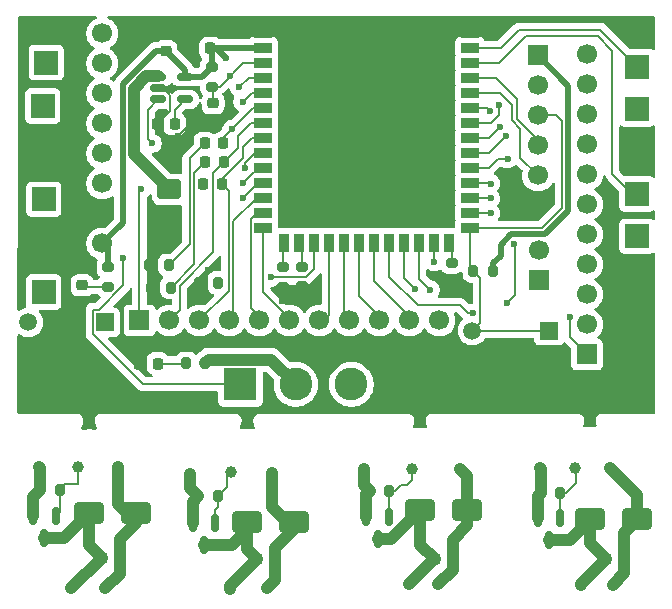
<source format=gbr>
%TF.GenerationSoftware,KiCad,Pcbnew,9.0.6*%
%TF.CreationDate,2025-11-30T21:08:30+05:30*%
%TF.ProjectId,Mini_Drone,4d696e69-5f44-4726-9f6e-652e6b696361,rev?*%
%TF.SameCoordinates,Original*%
%TF.FileFunction,Copper,L1,Top*%
%TF.FilePolarity,Positive*%
%FSLAX46Y46*%
G04 Gerber Fmt 4.6, Leading zero omitted, Abs format (unit mm)*
G04 Created by KiCad (PCBNEW 9.0.6) date 2025-11-30 21:08:30*
%MOMM*%
%LPD*%
G01*
G04 APERTURE LIST*
G04 Aperture macros list*
%AMRoundRect*
0 Rectangle with rounded corners*
0 $1 Rounding radius*
0 $2 $3 $4 $5 $6 $7 $8 $9 X,Y pos of 4 corners*
0 Add a 4 corners polygon primitive as box body*
4,1,4,$2,$3,$4,$5,$6,$7,$8,$9,$2,$3,0*
0 Add four circle primitives for the rounded corners*
1,1,$1+$1,$2,$3*
1,1,$1+$1,$4,$5*
1,1,$1+$1,$6,$7*
1,1,$1+$1,$8,$9*
0 Add four rect primitives between the rounded corners*
20,1,$1+$1,$2,$3,$4,$5,0*
20,1,$1+$1,$4,$5,$6,$7,0*
20,1,$1+$1,$6,$7,$8,$9,0*
20,1,$1+$1,$8,$9,$2,$3,0*%
G04 Aperture macros list end*
%TA.AperFunction,SMDPad,CuDef*%
%ADD10C,1.000000*%
%TD*%
%TA.AperFunction,SMDPad,CuDef*%
%ADD11RoundRect,0.200000X0.275000X-0.200000X0.275000X0.200000X-0.275000X0.200000X-0.275000X-0.200000X0*%
%TD*%
%TA.AperFunction,ComponentPad*%
%ADD12R,2.000000X2.000000*%
%TD*%
%TA.AperFunction,SMDPad,CuDef*%
%ADD13RoundRect,0.225000X-0.225000X-0.250000X0.225000X-0.250000X0.225000X0.250000X-0.225000X0.250000X0*%
%TD*%
%TA.AperFunction,SMDPad,CuDef*%
%ADD14RoundRect,0.150000X-0.512500X-0.150000X0.512500X-0.150000X0.512500X0.150000X-0.512500X0.150000X0*%
%TD*%
%TA.AperFunction,SMDPad,CuDef*%
%ADD15RoundRect,0.225000X0.225000X0.250000X-0.225000X0.250000X-0.225000X-0.250000X0.225000X-0.250000X0*%
%TD*%
%TA.AperFunction,SMDPad,CuDef*%
%ADD16RoundRect,0.200000X-0.275000X0.200000X-0.275000X-0.200000X0.275000X-0.200000X0.275000X0.200000X0*%
%TD*%
%TA.AperFunction,SMDPad,CuDef*%
%ADD17RoundRect,0.218750X-0.218750X-0.256250X0.218750X-0.256250X0.218750X0.256250X-0.218750X0.256250X0*%
%TD*%
%TA.AperFunction,SMDPad,CuDef*%
%ADD18RoundRect,0.225000X-0.250000X0.225000X-0.250000X-0.225000X0.250000X-0.225000X0.250000X0.225000X0*%
%TD*%
%TA.AperFunction,ComponentPad*%
%ADD19R,1.508000X1.508000*%
%TD*%
%TA.AperFunction,ComponentPad*%
%ADD20C,1.508000*%
%TD*%
%TA.AperFunction,SMDPad,CuDef*%
%ADD21RoundRect,0.200000X-0.200000X-0.275000X0.200000X-0.275000X0.200000X0.275000X-0.200000X0.275000X0*%
%TD*%
%TA.AperFunction,ComponentPad*%
%ADD22RoundRect,0.250000X-0.750000X0.600000X-0.750000X-0.600000X0.750000X-0.600000X0.750000X0.600000X0*%
%TD*%
%TA.AperFunction,ComponentPad*%
%ADD23O,2.000000X1.700000*%
%TD*%
%TA.AperFunction,SMDPad,CuDef*%
%ADD24R,1.500000X0.900000*%
%TD*%
%TA.AperFunction,SMDPad,CuDef*%
%ADD25R,0.900000X1.500000*%
%TD*%
%TA.AperFunction,HeatsinkPad*%
%ADD26C,0.600000*%
%TD*%
%TA.AperFunction,HeatsinkPad*%
%ADD27R,3.900000X3.900000*%
%TD*%
%TA.AperFunction,SMDPad,CuDef*%
%ADD28RoundRect,0.200000X0.200000X0.275000X-0.200000X0.275000X-0.200000X-0.275000X0.200000X-0.275000X0*%
%TD*%
%TA.AperFunction,ComponentPad*%
%ADD29R,2.775000X2.775000*%
%TD*%
%TA.AperFunction,ComponentPad*%
%ADD30C,2.775000*%
%TD*%
%TA.AperFunction,SMDPad,CuDef*%
%ADD31RoundRect,0.150000X-0.150000X0.587500X-0.150000X-0.587500X0.150000X-0.587500X0.150000X0.587500X0*%
%TD*%
%TA.AperFunction,SMDPad,CuDef*%
%ADD32RoundRect,0.225000X0.250000X-0.225000X0.250000X0.225000X-0.250000X0.225000X-0.250000X-0.225000X0*%
%TD*%
%TA.AperFunction,SMDPad,CuDef*%
%ADD33RoundRect,0.250000X1.000000X0.650000X-1.000000X0.650000X-1.000000X-0.650000X1.000000X-0.650000X0*%
%TD*%
%TA.AperFunction,ComponentPad*%
%ADD34R,1.700000X1.700000*%
%TD*%
%TA.AperFunction,ComponentPad*%
%ADD35C,1.700000*%
%TD*%
%TA.AperFunction,SMDPad,CuDef*%
%ADD36RoundRect,0.218750X-0.256250X0.218750X-0.256250X-0.218750X0.256250X-0.218750X0.256250X0.218750X0*%
%TD*%
%TA.AperFunction,ViaPad*%
%ADD37C,0.600000*%
%TD*%
%TA.AperFunction,Conductor*%
%ADD38C,0.500000*%
%TD*%
%TA.AperFunction,Conductor*%
%ADD39C,0.200000*%
%TD*%
%TA.AperFunction,Conductor*%
%ADD40C,1.000000*%
%TD*%
G04 APERTURE END LIST*
D10*
%TO.P,TP4,1,1*%
%TO.N,Net-(Q2-S)*%
X220785000Y-110167500D03*
%TD*%
D11*
%TO.P,R9,1*%
%TO.N,GND*%
X213910000Y-94735000D03*
%TO.P,R9,2*%
%TO.N,Net-(U1-IO3)*%
X213910000Y-93085000D03*
%TD*%
D10*
%TO.P,TP32,1,1*%
%TO.N,Net-(D4-K)*%
X241845000Y-119961250D03*
%TD*%
D12*
%TO.P,TP18,1,1*%
%TO.N,/M1*%
X193880000Y-75750000D03*
%TD*%
%TO.P,TP27,1,1*%
%TO.N,GND*%
X243890000Y-83278000D03*
%TD*%
D13*
%TO.P,C9,1*%
%TO.N,GND*%
X206205000Y-74540000D03*
%TO.P,C9,2*%
%TO.N,+3V3*%
X207755000Y-74540000D03*
%TD*%
D10*
%TO.P,TP12,1,1*%
%TO.N,Net-(Q3-S)*%
X206076250Y-110591250D03*
%TD*%
%TO.P,TP7,1,1*%
%TO.N,Net-(D2-K)*%
X228875000Y-110167500D03*
%TD*%
D14*
%TO.P,U3,1,IN*%
%TO.N,/BAT+*%
X203352500Y-76980000D03*
%TO.P,U3,2,GND*%
%TO.N,GND*%
X203352500Y-77930000D03*
%TO.P,U3,3,EN*%
%TO.N,Net-(U3-EN)*%
X203352500Y-78880000D03*
%TO.P,U3,4,BP*%
%TO.N,Net-(U3-BP)*%
X205627500Y-78880000D03*
%TO.P,U3,5,OUT*%
%TO.N,+3V3*%
X205627500Y-76980000D03*
%TD*%
D12*
%TO.P,TP21,1,1*%
%TO.N,/M4*%
X243890000Y-86872000D03*
%TD*%
D15*
%TO.P,C6,1*%
%TO.N,Net-(D4-K)*%
X242810000Y-117811250D03*
%TO.P,C6,2*%
%TO.N,Net-(D4-A)*%
X241260000Y-117811250D03*
%TD*%
D16*
%TO.P,R1,1*%
%TO.N,+3V3*%
X207880000Y-76135000D03*
%TO.P,R1,2*%
%TO.N,/EN*%
X207880000Y-77785000D03*
%TD*%
D10*
%TO.P,TP3,1,1*%
%TO.N,Net-(D2-K)*%
X227065000Y-119935000D03*
%TD*%
%TO.P,TP16,1,1*%
%TO.N,Net-(D4-K)*%
X241625000Y-110091250D03*
%TD*%
%TO.P,TP10,1,1*%
%TO.N,Net-(D3-K)*%
X212556250Y-120231250D03*
%TD*%
D17*
%TO.P,D7,1,K*%
%TO.N,Net-(D7-K)*%
X207152500Y-86050000D03*
%TO.P,D7,2,A*%
%TO.N,/LED3*%
X208727500Y-86050000D03*
%TD*%
D16*
%TO.P,R3,1*%
%TO.N,Net-(U1-IO46)*%
X215530000Y-93055000D03*
%TO.P,R3,2*%
%TO.N,GND*%
X215530000Y-94705000D03*
%TD*%
D18*
%TO.P,C2,1*%
%TO.N,GND*%
X204000000Y-73225000D03*
%TO.P,C2,2*%
%TO.N,+3V3*%
X204000000Y-74775000D03*
%TD*%
D10*
%TO.P,TP11,1,1*%
%TO.N,Net-(Q1-S)*%
X193225000Y-109981250D03*
%TD*%
D12*
%TO.P,TP25,1,1*%
%TO.N,/BAT+*%
X243890000Y-90466000D03*
%TD*%
D10*
%TO.P,TP1,1,1*%
%TO.N,Net-(D6-K)*%
X198865000Y-120281250D03*
%TD*%
D15*
%TO.P,C4,1*%
%TO.N,Net-(D3-K)*%
X213241250Y-117781250D03*
%TO.P,C4,2*%
%TO.N,Net-(D3-A)*%
X211691250Y-117781250D03*
%TD*%
D19*
%TO.P,S1,1*%
%TO.N,/IO0*%
X236450000Y-98450000D03*
D20*
%TO.P,S1,2*%
X229950000Y-98450000D03*
%TO.P,S1,3*%
%TO.N,GND*%
X236450000Y-102950000D03*
%TO.P,S1,4*%
X229950000Y-102950000D03*
%TD*%
D21*
%TO.P,R14,1*%
%TO.N,GND*%
X206775000Y-94400000D03*
%TO.P,R14,2*%
%TO.N,Net-(D7-K)*%
X208425000Y-94400000D03*
%TD*%
D12*
%TO.P,TP29,1,1*%
%TO.N,GND*%
X243890000Y-94060000D03*
%TD*%
%TO.P,TP22,1,1*%
%TO.N,/BAT+*%
X193570000Y-79420000D03*
%TD*%
D22*
%TO.P,J3,1,Pin_1*%
%TO.N,/BAT+*%
X204300000Y-86500000D03*
D23*
%TO.P,J3,2,Pin_2*%
%TO.N,GND*%
X204300000Y-89000000D03*
%TD*%
D24*
%TO.P,U1,1,GND*%
%TO.N,GND*%
X212250000Y-73240000D03*
%TO.P,U1,2,3V3*%
%TO.N,+3V3*%
X212250000Y-74510000D03*
%TO.P,U1,3,EN*%
%TO.N,/EN*%
X212250000Y-75780000D03*
%TO.P,U1,4,IO4*%
%TO.N,/SDA*%
X212250000Y-77050000D03*
%TO.P,U1,5,IO5*%
%TO.N,/SCL*%
X212250000Y-78320000D03*
%TO.P,U1,6,IO6*%
%TO.N,/LED1*%
X212250000Y-79590000D03*
%TO.P,U1,7,IO7*%
%TO.N,/LED2*%
X212250000Y-80860000D03*
%TO.P,U1,8,IO15*%
%TO.N,/LED3*%
X212250000Y-82130000D03*
%TO.P,U1,9,IO16*%
%TO.N,/M1*%
X212250000Y-83400000D03*
%TO.P,U1,10,IO17*%
%TO.N,/TX1*%
X212250000Y-84670000D03*
%TO.P,U1,11,IO18*%
%TO.N,/RX1*%
X212250000Y-85940000D03*
%TO.P,U1,12,IO8*%
%TO.N,/IO8*%
X212250000Y-87210000D03*
%TO.P,U1,13,USB_D-*%
%TO.N,/USB_D-*%
X212250000Y-88480000D03*
%TO.P,U1,14,USB_D+*%
%TO.N,/USB_D+*%
X212250000Y-89750000D03*
D25*
%TO.P,U1,15,IO3*%
%TO.N,Net-(U1-IO3)*%
X214015000Y-91000000D03*
%TO.P,U1,16,IO46*%
%TO.N,Net-(U1-IO46)*%
X215285000Y-91000000D03*
%TO.P,U1,17,IO9*%
%TO.N,/M3*%
X216555000Y-91000000D03*
%TO.P,U1,18,IO10*%
%TO.N,/IO10*%
X217825000Y-91000000D03*
%TO.P,U1,19,IO11*%
%TO.N,/IO11*%
X219095000Y-91000000D03*
%TO.P,U1,20,IO12*%
%TO.N,/IO12*%
X220365000Y-91000000D03*
%TO.P,U1,21,IO13*%
%TO.N,/IO13*%
X221635000Y-91000000D03*
%TO.P,U1,22,IO14*%
%TO.N,/IO14*%
X222905000Y-91000000D03*
%TO.P,U1,23,IO21*%
%TO.N,/IO21*%
X224175000Y-91000000D03*
%TO.P,U1,24,IO47*%
%TO.N,/IO47*%
X225445000Y-91000000D03*
%TO.P,U1,25,IO48*%
%TO.N,/IO48*%
X226715000Y-91000000D03*
%TO.P,U1,26,IO45*%
%TO.N,Net-(U1-IO45)*%
X227985000Y-91000000D03*
D24*
%TO.P,U1,27,IO0*%
%TO.N,/IO0*%
X229750000Y-89750000D03*
%TO.P,U1,28,IO35*%
%TO.N,/IO35*%
X229750000Y-88480000D03*
%TO.P,U1,29,IO36*%
%TO.N,/IO36*%
X229750000Y-87210000D03*
%TO.P,U1,30,IO37*%
%TO.N,/IO37*%
X229750000Y-85940000D03*
%TO.P,U1,31,IO38*%
%TO.N,/IO38*%
X229750000Y-84670000D03*
%TO.P,U1,32,IO39*%
%TO.N,/IO39*%
X229750000Y-83400000D03*
%TO.P,U1,33,IO40*%
%TO.N,/IO49*%
X229750000Y-82130000D03*
%TO.P,U1,34,IO41*%
%TO.N,/IO41*%
X229750000Y-80860000D03*
%TO.P,U1,35,IO42*%
%TO.N,/IO42*%
X229750000Y-79590000D03*
%TO.P,U1,36,RXD0*%
%TO.N,/RX0*%
X229750000Y-78320000D03*
%TO.P,U1,37,TXD0*%
%TO.N,/TX0*%
X229750000Y-77050000D03*
%TO.P,U1,38,IO2*%
%TO.N,/M4*%
X229750000Y-75780000D03*
%TO.P,U1,39,IO1*%
%TO.N,/M2*%
X229750000Y-74510000D03*
%TO.P,U1,40,GND*%
%TO.N,GND*%
X229750000Y-73240000D03*
D26*
%TO.P,U1,41,GND*%
X218100000Y-80260000D03*
X218100000Y-81660000D03*
X218800000Y-79560000D03*
X218800000Y-80960000D03*
X218800000Y-82360000D03*
X219500000Y-80260000D03*
D27*
X219500000Y-80960000D03*
D26*
X219500000Y-81660000D03*
X220200000Y-79560000D03*
X220200000Y-80960000D03*
X220200000Y-82360000D03*
X220900000Y-80260000D03*
X220900000Y-81660000D03*
%TD*%
D15*
%TO.P,C1,1*%
%TO.N,Net-(D2-K)*%
X228300000Y-117825000D03*
%TO.P,C1,2*%
%TO.N,Net-(D2-A)*%
X226750000Y-117825000D03*
%TD*%
D28*
%TO.P,R5,1*%
%TO.N,/M2_*%
X222905000Y-111986250D03*
%TO.P,R5,2*%
%TO.N,Net-(Q2-S)*%
X221255000Y-111986250D03*
%TD*%
%TO.P,R7,1*%
%TO.N,/M4_*%
X237405000Y-112181250D03*
%TO.P,R7,2*%
%TO.N,Net-(Q4-S)*%
X235755000Y-112181250D03*
%TD*%
D29*
%TO.P,S2,1*%
%TO.N,Net-(U3-EN)*%
X210300000Y-103000000D03*
D30*
%TO.P,S2,2*%
%TO.N,/BAT+*%
X215000000Y-103000000D03*
%TO.P,S2,3*%
%TO.N,unconnected-(S2-Pad3)*%
X219700000Y-103000000D03*
%TD*%
D28*
%TO.P,R4,1*%
%TO.N,/M1_*%
X194992500Y-111957500D03*
%TO.P,R4,2*%
%TO.N,Net-(Q1-S)*%
X193342500Y-111957500D03*
%TD*%
D31*
%TO.P,Q3,1,G*%
%TO.N,/M3_*%
X208166250Y-114703750D03*
%TO.P,Q3,2,S*%
%TO.N,Net-(Q3-S)*%
X206266250Y-114703750D03*
%TO.P,Q3,3,D*%
%TO.N,Net-(D3-A)*%
X207216250Y-116578750D03*
%TD*%
D28*
%TO.P,R6,1*%
%TO.N,/M3_*%
X208405000Y-112481250D03*
%TO.P,R6,2*%
%TO.N,Net-(Q3-S)*%
X206755000Y-112481250D03*
%TD*%
D21*
%TO.P,R12,1*%
%TO.N,GND*%
X202575000Y-92900000D03*
%TO.P,R12,2*%
%TO.N,Net-(D5-K)*%
X204225000Y-92900000D03*
%TD*%
D12*
%TO.P,TP23,1,1*%
%TO.N,/BAT+*%
X243890000Y-79684000D03*
%TD*%
D32*
%TO.P,C8,1*%
%TO.N,GND*%
X207990000Y-80735000D03*
%TO.P,C8,2*%
%TO.N,/EN*%
X207990000Y-79185000D03*
%TD*%
D10*
%TO.P,TP31,1,1*%
%TO.N,Net-(D4-A)*%
X239185000Y-119961250D03*
%TD*%
D11*
%TO.P,R11,1*%
%TO.N,Net-(D9-A)*%
X199100000Y-94725000D03*
%TO.P,R11,2*%
%TO.N,+3V3*%
X199100000Y-93075000D03*
%TD*%
D12*
%TO.P,TP28,1,1*%
%TO.N,GND*%
X193650000Y-91264000D03*
%TD*%
D16*
%TO.P,R8,1*%
%TO.N,Net-(U1-IO45)*%
X228190000Y-92745000D03*
%TO.P,R8,2*%
%TO.N,GND*%
X228190000Y-94395000D03*
%TD*%
D31*
%TO.P,Q1,1,G*%
%TO.N,/M1_*%
X194665000Y-114153750D03*
%TO.P,Q1,2,S*%
%TO.N,Net-(Q1-S)*%
X192765000Y-114153750D03*
%TO.P,Q1,3,D*%
%TO.N,Net-(D6-A)*%
X193715000Y-116028750D03*
%TD*%
D10*
%TO.P,TP8,1,1*%
%TO.N,/M3_*%
X209516250Y-110431250D03*
%TD*%
D17*
%TO.P,D1,1,K*%
%TO.N,Net-(D1-K)*%
X207302500Y-84200000D03*
%TO.P,D1,2,A*%
%TO.N,/LED2*%
X208877500Y-84200000D03*
%TD*%
D10*
%TO.P,TP14,1,1*%
%TO.N,Net-(D3-K)*%
X212956250Y-110481250D03*
%TD*%
%TO.P,TP2,1,1*%
%TO.N,/M2_*%
X224830000Y-110167500D03*
%TD*%
%TO.P,TP6,1,1*%
%TO.N,Net-(D2-A)*%
X224545000Y-119935000D03*
%TD*%
%TO.P,TP13,1,1*%
%TO.N,Net-(D3-A)*%
X209426250Y-120291250D03*
%TD*%
D12*
%TO.P,TP24,1,1*%
%TO.N,/BAT+*%
X193650000Y-95190000D03*
%TD*%
D33*
%TO.P,D4,1,K*%
%TO.N,Net-(D4-K)*%
X243905000Y-114371250D03*
%TO.P,D4,2,A*%
%TO.N,Net-(D4-A)*%
X239905000Y-114371250D03*
%TD*%
D31*
%TO.P,Q2,1,G*%
%TO.N,/M2_*%
X222865000Y-114227500D03*
%TO.P,Q2,2,S*%
%TO.N,Net-(Q2-S)*%
X220965000Y-114227500D03*
%TO.P,Q2,3,D*%
%TO.N,Net-(D2-A)*%
X221915000Y-116102500D03*
%TD*%
D34*
%TO.P,J8,1,Pin_1*%
%TO.N,/LED1*%
X201760000Y-97590000D03*
D35*
%TO.P,J8,2,Pin_2*%
%TO.N,/LED2*%
X204300000Y-97590000D03*
%TO.P,J8,3,Pin_3*%
%TO.N,/LED3*%
X206840000Y-97590000D03*
%TO.P,J8,4,Pin_4*%
%TO.N,/IO8*%
X209380000Y-97590000D03*
%TO.P,J8,5,Pin_5*%
%TO.N,/USB_D-*%
X211920000Y-97590000D03*
%TO.P,J8,6,Pin_6*%
%TO.N,/USB_D+*%
X214460000Y-97590000D03*
%TO.P,J8,7,Pin_7*%
%TO.N,/IO10*%
X217000000Y-97590000D03*
%TO.P,J8,8,Pin_8*%
%TO.N,/IO11*%
X219540000Y-97590000D03*
%TO.P,J8,9,Pin_9*%
%TO.N,/IO12*%
X222080000Y-97590000D03*
%TO.P,J8,10,Pin_10*%
%TO.N,/IO13*%
X224620000Y-97590000D03*
%TO.P,J8,11,Pin_11*%
%TO.N,/IO42*%
X227160000Y-97590000D03*
%TD*%
D10*
%TO.P,TP5,1,1*%
%TO.N,Net-(D6-A)*%
X195985000Y-120281250D03*
%TD*%
D12*
%TO.P,TP26,1,1*%
%TO.N,GND*%
X193670000Y-83250000D03*
%TD*%
D34*
%TO.P,J7,1,Pin_1*%
%TO.N,/IO14*%
X239650000Y-100470000D03*
D35*
%TO.P,J7,2,Pin_2*%
%TO.N,/IO21*%
X239650000Y-97930000D03*
%TO.P,J7,3,Pin_3*%
%TO.N,/IO47*%
X239650000Y-95390000D03*
%TO.P,J7,4,Pin_4*%
%TO.N,/IO48*%
X239650000Y-92850000D03*
%TO.P,J7,5,Pin_5*%
%TO.N,/IO35*%
X239650000Y-90310000D03*
%TO.P,J7,6,Pin_6*%
%TO.N,/IO36*%
X239650000Y-87770000D03*
%TO.P,J7,7,Pin_7*%
%TO.N,/IO37*%
X239650000Y-85230000D03*
%TO.P,J7,8,Pin_8*%
%TO.N,/IO38*%
X239650000Y-82690000D03*
%TO.P,J7,9,Pin_9*%
%TO.N,/IO39*%
X239650000Y-80150000D03*
%TO.P,J7,10,Pin_10*%
%TO.N,/IO49*%
X239650000Y-77610000D03*
%TO.P,J7,11,Pin_11*%
%TO.N,/IO41*%
X239650000Y-75070000D03*
%TD*%
D19*
%TO.P,S3,1*%
%TO.N,/EN*%
X198850000Y-97750000D03*
D20*
%TO.P,S3,2*%
X192350000Y-97750000D03*
%TO.P,S3,3*%
%TO.N,GND*%
X198850000Y-102250000D03*
%TO.P,S3,4*%
X192350000Y-102250000D03*
%TD*%
D10*
%TO.P,TP17,1,1*%
%TO.N,Net-(Q4-S)*%
X235695000Y-110091250D03*
%TD*%
D34*
%TO.P,J1,1,Pin_1*%
%TO.N,/RX1*%
X235590000Y-94200000D03*
D35*
%TO.P,J1,2,Pin_2*%
%TO.N,/TX1*%
X235590000Y-91660000D03*
%TD*%
D33*
%TO.P,D6,1,K*%
%TO.N,Net-(D6-K)*%
X201492500Y-113867500D03*
%TO.P,D6,2,A*%
%TO.N,Net-(D6-A)*%
X197492500Y-113867500D03*
%TD*%
D10*
%TO.P,TP15,1,1*%
%TO.N,/M4_*%
X238660000Y-110091250D03*
%TD*%
D36*
%TO.P,D9,1,K*%
%TO.N,GND*%
X196900000Y-93032500D03*
%TO.P,D9,2,A*%
%TO.N,Net-(D9-A)*%
X196900000Y-94607500D03*
%TD*%
D10*
%TO.P,TP9,1,1*%
%TO.N,/M1_*%
X196565000Y-109981250D03*
%TD*%
D12*
%TO.P,TP20,1,1*%
%TO.N,/M2*%
X243890000Y-76090000D03*
%TD*%
D15*
%TO.P,C5,1*%
%TO.N,Net-(D6-K)*%
X200110000Y-117681250D03*
%TO.P,C5,2*%
%TO.N,Net-(D6-A)*%
X198560000Y-117681250D03*
%TD*%
D33*
%TO.P,D2,1,K*%
%TO.N,Net-(D2-K)*%
X229502500Y-113676250D03*
%TO.P,D2,2,A*%
%TO.N,Net-(D2-A)*%
X225502500Y-113676250D03*
%TD*%
D17*
%TO.P,D8,1,K*%
%TO.N,GND*%
X201727500Y-101240000D03*
%TO.P,D8,2,A*%
%TO.N,Net-(D8-A)*%
X203302500Y-101240000D03*
%TD*%
D21*
%TO.P,R13,1*%
%TO.N,GND*%
X202775000Y-94800000D03*
%TO.P,R13,2*%
%TO.N,Net-(D1-K)*%
X204425000Y-94800000D03*
%TD*%
D28*
%TO.P,R2,1*%
%TO.N,+3V3*%
X231675000Y-93400000D03*
%TO.P,R2,2*%
%TO.N,/IO0*%
X230025000Y-93400000D03*
%TD*%
D33*
%TO.P,D3,1,K*%
%TO.N,Net-(D3-K)*%
X214853750Y-114612500D03*
%TO.P,D3,2,A*%
%TO.N,Net-(D3-A)*%
X210853750Y-114612500D03*
%TD*%
D10*
%TO.P,TP30,1,1*%
%TO.N,Net-(D6-K)*%
X199905000Y-109981250D03*
%TD*%
D12*
%TO.P,TP19,1,1*%
%TO.N,/M3*%
X193650000Y-87338000D03*
%TD*%
D17*
%TO.P,D5,1,K*%
%TO.N,Net-(D5-K)*%
X207282500Y-82590000D03*
%TO.P,D5,2,A*%
%TO.N,/LED1*%
X208857500Y-82590000D03*
%TD*%
D34*
%TO.P,J4,1,Pin_1*%
%TO.N,+3V3*%
X235500000Y-75150000D03*
D35*
%TO.P,J4,2,Pin_2*%
%TO.N,/EN*%
X235500000Y-77690000D03*
%TO.P,J4,3,Pin_3*%
%TO.N,/IO0*%
X235500000Y-80230000D03*
%TO.P,J4,4,Pin_4*%
%TO.N,/TX0*%
X235500000Y-82770000D03*
%TO.P,J4,5,Pin_5*%
%TO.N,/RX0*%
X235500000Y-85310000D03*
%TO.P,J4,6,Pin_6*%
%TO.N,GND*%
X235500000Y-87850000D03*
%TD*%
D31*
%TO.P,Q4,1,G*%
%TO.N,/M4_*%
X237395000Y-114273750D03*
%TO.P,Q4,2,S*%
%TO.N,Net-(Q4-S)*%
X235495000Y-114273750D03*
%TO.P,Q4,3,D*%
%TO.N,Net-(D4-A)*%
X236445000Y-116148750D03*
%TD*%
D21*
%TO.P,R10,1*%
%TO.N,Net-(D8-A)*%
X205700000Y-101200000D03*
%TO.P,R10,2*%
%TO.N,/BAT+*%
X207350000Y-101200000D03*
%TD*%
D15*
%TO.P,C3,1*%
%TO.N,Net-(U3-BP)*%
X204755000Y-80950000D03*
%TO.P,C3,2*%
%TO.N,GND*%
X203205000Y-80950000D03*
%TD*%
D35*
%TO.P,U2,ADO,ADO*%
%TO.N,unconnected-(U2-PadADO)*%
X198602500Y-75832500D03*
%TO.P,U2,GND,GND*%
%TO.N,GND*%
X198602500Y-88532500D03*
%TO.P,U2,INT,INT*%
%TO.N,unconnected-(U2-PadINT)*%
X198602500Y-73292500D03*
%TO.P,U2,SCL,SCL*%
%TO.N,/SCL*%
X198602500Y-85992500D03*
%TO.P,U2,SDA,SDA*%
%TO.N,/SDA*%
X198602500Y-83452500D03*
%TO.P,U2,VCC,VCC*%
%TO.N,+3V3*%
X198602500Y-91072500D03*
%TO.P,U2,XCL,XCL*%
%TO.N,unconnected-(U2-PadXCL)*%
X198602500Y-78372500D03*
%TO.P,U2,XDA,XDA*%
%TO.N,unconnected-(U2-PadXDA)*%
X198602500Y-80912500D03*
%TD*%
D37*
%TO.N,+3V3*%
X209110000Y-75380000D03*
%TO.N,GND*%
X213850000Y-95960000D03*
X204700000Y-77940000D03*
X205001000Y-82000000D03*
X207600000Y-93350000D03*
X229250000Y-94400000D03*
X206210000Y-73320000D03*
%TO.N,/SCL*%
X210500000Y-79070000D03*
%TO.N,/SDA*%
X210200000Y-77850000D03*
%TO.N,/EN*%
X209407500Y-76917500D03*
%TO.N,/TX1*%
X210540000Y-85950000D03*
%TO.N,/RX1*%
X210530000Y-87180000D03*
%TO.N,/LED1*%
X209586251Y-81386251D03*
X201900000Y-86500000D03*
%TO.N,/M1*%
X210670000Y-84710000D03*
%TO.N,/M3*%
X212870000Y-93950000D03*
%TO.N,/IO39*%
X232755000Y-81995000D03*
%TO.N,/IO38*%
X232920000Y-83921000D03*
%TO.N,/IO21*%
X225120000Y-94900000D03*
%TO.N,/IO49*%
X232295000Y-81205000D03*
%TO.N,/IO37*%
X231500000Y-86000000D03*
%TO.N,/IO48*%
X226715000Y-92630000D03*
%TO.N,/IO14*%
X238185735Y-97314265D03*
X230000000Y-97000000D03*
%TO.N,/IO47*%
X226390000Y-95000000D03*
%TO.N,/IO36*%
X231500000Y-87250000D03*
%TO.N,/IO42*%
X231430000Y-79850000D03*
X232860000Y-96140000D03*
X233453584Y-91140000D03*
%TO.N,/IO35*%
X231500000Y-88500000D03*
%TO.N,/IO41*%
X232200735Y-79310000D03*
%TO.N,Net-(U3-EN)*%
X200400000Y-92300000D03*
X202848765Y-82594765D03*
%TD*%
D38*
%TO.N,+3V3*%
X231675000Y-93400000D02*
X231675000Y-92745000D01*
X208270000Y-74540000D02*
X209110000Y-75380000D01*
X205627500Y-76402500D02*
X204000000Y-74775000D01*
X207755000Y-74540000D02*
X208270000Y-74540000D01*
X205627500Y-76980000D02*
X207035000Y-76980000D01*
X233231925Y-90301000D02*
X236068232Y-90301000D01*
X212220000Y-74540000D02*
X212250000Y-74510000D01*
X232330000Y-91202925D02*
X233231925Y-90301000D01*
X232330000Y-92090000D02*
X232330000Y-91202925D01*
X207880000Y-76135000D02*
X207880000Y-74665000D01*
X205627500Y-76980000D02*
X205627500Y-76402500D01*
X203160082Y-74775000D02*
X204000000Y-74775000D01*
X199100000Y-91570000D02*
X198602500Y-91072500D01*
X198602500Y-91072500D02*
X200359000Y-89316000D01*
X200359000Y-89316000D02*
X200359000Y-77576082D01*
X238061000Y-77711000D02*
X235500000Y-75150000D01*
X236068232Y-90301000D02*
X238061000Y-88308232D01*
X207755000Y-74540000D02*
X212220000Y-74540000D01*
X207880000Y-74665000D02*
X207755000Y-74540000D01*
X207035000Y-76980000D02*
X207880000Y-76135000D01*
X231675000Y-92745000D02*
X232330000Y-92090000D01*
X200359000Y-77576082D02*
X203160082Y-74775000D01*
X238061000Y-88308232D02*
X238061000Y-77711000D01*
X199100000Y-93075000D02*
X199100000Y-91570000D01*
D39*
%TO.N,GND*%
X206775000Y-94175000D02*
X207600000Y-93350000D01*
X213200000Y-73240000D02*
X219500000Y-79540000D01*
X206775000Y-94400000D02*
X206775000Y-94175000D01*
X212250000Y-73240000D02*
X213200000Y-73240000D01*
X206205000Y-74540000D02*
X206205000Y-73325000D01*
X202575000Y-92875000D02*
X204300000Y-91150000D01*
X206205000Y-74540000D02*
X207505000Y-73240000D01*
X205001000Y-82000000D02*
X206266000Y-80735000D01*
X229250000Y-94400000D02*
X229245000Y-94395000D01*
X229245000Y-94395000D02*
X228190000Y-94395000D01*
X203352500Y-77930000D02*
X203706968Y-77930000D01*
X205001000Y-82000000D02*
X203530000Y-82000000D01*
X203530000Y-82000000D02*
X203205000Y-81675000D01*
X204316000Y-78539032D02*
X204316000Y-79839000D01*
X202575000Y-92900000D02*
X202575000Y-92875000D01*
X204000000Y-73225000D02*
X204890000Y-73225000D01*
X204890000Y-73225000D02*
X206205000Y-74540000D01*
X215105000Y-94705000D02*
X213850000Y-95960000D01*
X230250000Y-102250000D02*
X236750000Y-102250000D01*
X206266000Y-80735000D02*
X207990000Y-80735000D01*
X203352500Y-77930000D02*
X204690000Y-77930000D01*
X213910000Y-95900000D02*
X213850000Y-95960000D01*
X219500000Y-79540000D02*
X219500000Y-80960000D01*
X215530000Y-94705000D02*
X215105000Y-94705000D01*
X219500000Y-80960000D02*
X227220000Y-73240000D01*
X202775000Y-93100000D02*
X202575000Y-92900000D01*
X204690000Y-77930000D02*
X204700000Y-77940000D01*
X207505000Y-73240000D02*
X212250000Y-73240000D01*
X202775000Y-94800000D02*
X202775000Y-93100000D01*
X206205000Y-73325000D02*
X206210000Y-73320000D01*
X204316000Y-79839000D02*
X203205000Y-80950000D01*
X203706968Y-77930000D02*
X204316000Y-78539032D01*
X213910000Y-94735000D02*
X213910000Y-95900000D01*
X227220000Y-73240000D02*
X229750000Y-73240000D01*
X204300000Y-91150000D02*
X204300000Y-89000000D01*
X203205000Y-81675000D02*
X203205000Y-80950000D01*
%TO.N,/TX0*%
X235500000Y-82302900D02*
X235500000Y-82770000D01*
X233740000Y-78880000D02*
X233740000Y-80542900D01*
X233740000Y-80542900D02*
X235500000Y-82302900D01*
X231910000Y-77050000D02*
X233740000Y-78880000D01*
X229750000Y-77050000D02*
X231910000Y-77050000D01*
%TO.N,/RX0*%
X229750000Y-78320000D02*
X232250000Y-78320000D01*
X233260000Y-79330000D02*
X233260000Y-80630000D01*
X233260000Y-80630000D02*
X233990000Y-81360000D01*
X232250000Y-78320000D02*
X233260000Y-79330000D01*
X233990000Y-83800000D02*
X235500000Y-85310000D01*
X233990000Y-81360000D02*
X233990000Y-83800000D01*
D40*
%TO.N,/BAT+*%
X204300000Y-86500000D02*
X201310000Y-83510000D01*
X207350000Y-101200000D02*
X207638500Y-100911500D01*
X202351000Y-76929000D02*
X203352500Y-76929000D01*
X207638500Y-100911500D02*
X212911500Y-100911500D01*
X201310000Y-79460000D02*
X201310000Y-77970000D01*
X212911500Y-100911500D02*
X215000000Y-103000000D01*
X201310000Y-83510000D02*
X201310000Y-79460000D01*
X201310000Y-77970000D02*
X202351000Y-76929000D01*
D39*
%TO.N,Net-(U1-IO45)*%
X228270000Y-91285000D02*
X227985000Y-91000000D01*
X228190000Y-92745000D02*
X228190000Y-91205000D01*
X228190000Y-91205000D02*
X227985000Y-91000000D01*
%TO.N,/IO0*%
X236450000Y-98450000D02*
X229950000Y-98450000D01*
X229750000Y-89750000D02*
X235840000Y-89750000D01*
X230600000Y-93975000D02*
X230025000Y-93400000D01*
X229950000Y-98450000D02*
X229950000Y-98414500D01*
X229950000Y-98414500D02*
X230600000Y-97764500D01*
X230025000Y-93400000D02*
X230025000Y-93295000D01*
X230600000Y-97764500D02*
X230600000Y-93975000D01*
X229750000Y-93020000D02*
X229750000Y-89750000D01*
X230025000Y-93295000D02*
X229750000Y-93020000D01*
X237010000Y-80230000D02*
X235500000Y-80230000D01*
X235840000Y-89750000D02*
X237510000Y-88080000D01*
X237510000Y-88080000D02*
X237510000Y-80730000D01*
X237510000Y-80730000D02*
X237010000Y-80230000D01*
%TO.N,Net-(U1-IO3)*%
X213910000Y-93085000D02*
X213910000Y-91105000D01*
X213910000Y-91105000D02*
X214015000Y-91000000D01*
%TO.N,/SCL*%
X212250000Y-78320000D02*
X211250000Y-78320000D01*
X211250000Y-78320000D02*
X210500000Y-79070000D01*
%TO.N,/SDA*%
X211000000Y-77050000D02*
X210200000Y-77850000D01*
X212250000Y-77050000D02*
X211000000Y-77050000D01*
%TO.N,Net-(U1-IO46)*%
X215530000Y-93055000D02*
X215530000Y-91245000D01*
X215530000Y-91245000D02*
X215285000Y-91000000D01*
%TO.N,/EN*%
X212250000Y-75780000D02*
X210545000Y-75780000D01*
X208540000Y-77785000D02*
X207880000Y-77785000D01*
X208000000Y-79175000D02*
X207990000Y-79185000D01*
X207880000Y-77785000D02*
X208000000Y-77905000D01*
X208000000Y-77905000D02*
X208000000Y-79175000D01*
X210545000Y-75780000D02*
X208540000Y-77785000D01*
%TO.N,Net-(U3-BP)*%
X205088750Y-79418750D02*
X205627500Y-78880000D01*
X204755000Y-80950000D02*
X204755000Y-79752500D01*
X204755000Y-79752500D02*
X205088750Y-79418750D01*
%TO.N,/TX1*%
X211430000Y-85060000D02*
X211860000Y-85060000D01*
X211860000Y-85060000D02*
X212250000Y-84670000D01*
X210540000Y-85950000D02*
X211430000Y-85060000D01*
%TO.N,/RX1*%
X211710000Y-86000000D02*
X211710000Y-85950000D01*
X212070000Y-85940000D02*
X211617100Y-85940000D01*
X211710000Y-85950000D02*
X211720000Y-85940000D01*
X210530000Y-87180000D02*
X211710000Y-86000000D01*
X211720000Y-85940000D02*
X212250000Y-85940000D01*
%TO.N,/USB_D-*%
X211199000Y-96529000D02*
X212260000Y-97590000D01*
X211718000Y-88480000D02*
X211199000Y-88999000D01*
X211199000Y-88999000D02*
X211199000Y-96529000D01*
X212250000Y-88480000D02*
X211718000Y-88480000D01*
%TO.N,/USB_D+*%
X212250000Y-95209943D02*
X214630057Y-97590000D01*
X212250000Y-89750000D02*
X212250000Y-95209943D01*
X214630057Y-97590000D02*
X214800000Y-97590000D01*
%TO.N,/LED3*%
X211300000Y-82130000D02*
X210500000Y-82930000D01*
X208727500Y-85635400D02*
X208727500Y-86050000D01*
X210500000Y-82930000D02*
X210500000Y-83862900D01*
X210500000Y-83862900D02*
X208727500Y-85635400D01*
X206840000Y-97590000D02*
X209300000Y-95130000D01*
X209300000Y-95130000D02*
X209300000Y-86622500D01*
X209300000Y-86622500D02*
X208727500Y-86050000D01*
X212250000Y-82130000D02*
X211300000Y-82130000D01*
%TO.N,/LED2*%
X207989000Y-91803100D02*
X207989000Y-85088500D01*
X207989000Y-85088500D02*
X208877500Y-84200000D01*
X210100000Y-82000000D02*
X211240000Y-80860000D01*
X208877500Y-84200000D02*
X210100000Y-82977500D01*
X204300000Y-97590000D02*
X205150000Y-96740000D01*
X205150000Y-96740000D02*
X205150000Y-94642100D01*
X205150000Y-94642100D02*
X207989000Y-91803100D01*
X210100000Y-82977500D02*
X210100000Y-82000000D01*
X211240000Y-80860000D02*
X212250000Y-80860000D01*
%TO.N,/LED1*%
X211382501Y-79590000D02*
X212250000Y-79590000D01*
X201760000Y-97590000D02*
X201760000Y-86640000D01*
X209586251Y-81386251D02*
X211382501Y-79590000D01*
X208857500Y-82115001D02*
X209586251Y-81386251D01*
X201760000Y-86640000D02*
X201900000Y-86500000D01*
X208857500Y-82590000D02*
X208857500Y-82115001D01*
%TO.N,/M1*%
X210670000Y-84260000D02*
X211530000Y-83400000D01*
X211530000Y-83400000D02*
X212250000Y-83400000D01*
X210670000Y-84710000D02*
X210670000Y-84260000D01*
%TO.N,/M2*%
X240770000Y-72970000D02*
X243890000Y-76090000D01*
X233910000Y-72970000D02*
X240770000Y-72970000D01*
X229750000Y-74510000D02*
X232370000Y-74510000D01*
X232370000Y-74510000D02*
X233910000Y-72970000D01*
%TO.N,/M3*%
X212870000Y-93950000D02*
X215824064Y-93950000D01*
X215824064Y-93950000D02*
X216555000Y-93219064D01*
X216555000Y-93219064D02*
X216555000Y-91000000D01*
%TO.N,/M4*%
X234482000Y-73490000D02*
X240550000Y-73490000D01*
X229750000Y-75780000D02*
X232192000Y-75780000D01*
X240550000Y-73490000D02*
X241800000Y-74740000D01*
X241800000Y-85190000D02*
X243890000Y-87280000D01*
X241800000Y-74740000D02*
X241800000Y-85190000D01*
X232192000Y-75780000D02*
X234482000Y-73490000D01*
%TO.N,/IO39*%
X232755000Y-81995000D02*
X231350000Y-83400000D01*
X231350000Y-83400000D02*
X229750000Y-83400000D01*
%TO.N,/IO12*%
X220365000Y-95535000D02*
X222420000Y-97590000D01*
X220365000Y-91000000D02*
X220365000Y-95535000D01*
%TO.N,/IO10*%
X217825000Y-91000000D02*
X217825000Y-97105000D01*
X217825000Y-97105000D02*
X217340000Y-97590000D01*
%TO.N,/IO13*%
X221635000Y-94265000D02*
X224960000Y-97590000D01*
X221635000Y-91000000D02*
X221635000Y-94265000D01*
%TO.N,/IO38*%
X231330000Y-84670000D02*
X229750000Y-84670000D01*
X232920000Y-83921000D02*
X232079000Y-83921000D01*
X232079000Y-83921000D02*
X231330000Y-84670000D01*
%TO.N,/IO21*%
X224175000Y-93955000D02*
X225120000Y-94900000D01*
X224175000Y-91000000D02*
X224175000Y-93955000D01*
%TO.N,/IO49*%
X232295000Y-81205000D02*
X231370000Y-82130000D01*
X231370000Y-82130000D02*
X229750000Y-82130000D01*
%TO.N,/IO37*%
X229750000Y-85940000D02*
X231440000Y-85940000D01*
X231440000Y-85940000D02*
X231500000Y-86000000D01*
%TO.N,/IO48*%
X226715000Y-92630000D02*
X226715000Y-91000000D01*
%TO.N,/IO8*%
X212250000Y-87210000D02*
X211718000Y-87210000D01*
X211718000Y-87210000D02*
X209720000Y-89208000D01*
X209720000Y-89208000D02*
X209720000Y-97590000D01*
%TO.N,/IO11*%
X219095000Y-91000000D02*
X219095000Y-96805000D01*
X219095000Y-96805000D02*
X219880000Y-97590000D01*
%TO.N,/IO14*%
X225300000Y-96290000D02*
X228900000Y-96290000D01*
X238185735Y-99005735D02*
X239650000Y-100470000D01*
X229610000Y-97000000D02*
X230000000Y-97000000D01*
X222905000Y-91000000D02*
X222905000Y-93895000D01*
X238185735Y-97314265D02*
X238185735Y-99005735D01*
X222905000Y-93895000D02*
X225300000Y-96290000D01*
X228900000Y-96290000D02*
X229610000Y-97000000D01*
%TO.N,/IO47*%
X225445000Y-91000000D02*
X225445000Y-94055000D01*
X225445000Y-94055000D02*
X226390000Y-95000000D01*
%TO.N,/IO36*%
X231460000Y-87210000D02*
X231500000Y-87250000D01*
X229750000Y-87210000D02*
X231460000Y-87210000D01*
%TO.N,/IO42*%
X233560000Y-91600000D02*
X233560000Y-91246416D01*
X229750000Y-79590000D02*
X231170000Y-79590000D01*
X233560000Y-95440000D02*
X232860000Y-96140000D01*
X231170000Y-79590000D02*
X231430000Y-79850000D01*
X233560000Y-91600000D02*
X233560000Y-95440000D01*
X233560000Y-91246416D02*
X233453584Y-91140000D01*
%TO.N,/IO35*%
X229750000Y-88480000D02*
X231480000Y-88480000D01*
X231480000Y-88480000D02*
X231500000Y-88500000D01*
%TO.N,/IO41*%
X232200735Y-79310000D02*
X232200735Y-80159265D01*
X239650000Y-75070000D02*
X239720000Y-75000000D01*
X231500000Y-80860000D02*
X229750000Y-80860000D01*
X232200735Y-80159265D02*
X231500000Y-80860000D01*
D40*
%TO.N,Net-(D6-A)*%
X195985000Y-120256250D02*
X198560000Y-117681250D01*
X193715000Y-116028750D02*
X195331250Y-116028750D01*
X195331250Y-116028750D02*
X197492500Y-113867500D01*
X195985000Y-120281250D02*
X195985000Y-120256250D01*
X197492500Y-116613750D02*
X198560000Y-117681250D01*
X197492500Y-113867500D02*
X197492500Y-116613750D01*
D39*
%TO.N,/M1_*%
X194665000Y-114153750D02*
X194992500Y-113826250D01*
X196565000Y-111457500D02*
X196565000Y-109981250D01*
X194992500Y-111957500D02*
X195492500Y-111457500D01*
X195492500Y-111457500D02*
X196565000Y-111457500D01*
X194992500Y-113826250D02*
X194992500Y-111957500D01*
D40*
%TO.N,Net-(D2-A)*%
X225502500Y-116577500D02*
X226750000Y-117825000D01*
X225502500Y-113676250D02*
X225502500Y-116577500D01*
X226750000Y-117825000D02*
X226655000Y-117825000D01*
X226655000Y-117825000D02*
X224545000Y-119935000D01*
X221915000Y-116102500D02*
X223076250Y-116102500D01*
X223076250Y-116102500D02*
X225502500Y-113676250D01*
%TO.N,Net-(D3-A)*%
X209426250Y-120046250D02*
X211691250Y-117781250D01*
X207216250Y-116578750D02*
X209556250Y-116578750D01*
X210853750Y-116943750D02*
X211691250Y-117781250D01*
X209426250Y-120291250D02*
X209426250Y-120046250D01*
X209556250Y-116578750D02*
X210853750Y-115281250D01*
X210853750Y-115281250D02*
X210853750Y-116943750D01*
%TO.N,Net-(D4-A)*%
X239185000Y-119961250D02*
X239185000Y-119886250D01*
X239905000Y-116456250D02*
X241260000Y-117811250D01*
X236445000Y-116148750D02*
X238247500Y-116148750D01*
X238247500Y-116148750D02*
X238747500Y-115648750D01*
X238747500Y-115648750D02*
X239905000Y-114491250D01*
X239905000Y-115956250D02*
X239905000Y-116456250D01*
X239905000Y-114491250D02*
X239905000Y-115956250D01*
X239185000Y-119886250D02*
X241260000Y-117811250D01*
D39*
%TO.N,/M2_*%
X222905000Y-111986250D02*
X222905000Y-114187500D01*
X224830000Y-111061250D02*
X224405000Y-111486250D01*
X223405000Y-111986250D02*
X222905000Y-111986250D01*
X222905000Y-114187500D02*
X222865000Y-114227500D01*
X224405000Y-111486250D02*
X223905000Y-111486250D01*
X224830000Y-110167500D02*
X224830000Y-111061250D01*
X223905000Y-111486250D02*
X223405000Y-111986250D01*
%TO.N,/M3_*%
X208405000Y-113407500D02*
X208405000Y-112481250D01*
X209171250Y-110776250D02*
X209516250Y-110431250D01*
X209171250Y-111715000D02*
X209171250Y-110776250D01*
X208405000Y-112481250D02*
X209171250Y-111715000D01*
X208166250Y-113646250D02*
X208405000Y-113407500D01*
X208166250Y-114703750D02*
X208166250Y-113646250D01*
%TO.N,/M4_*%
X237905000Y-112181250D02*
X238750000Y-111336250D01*
X238750000Y-110181250D02*
X238660000Y-110091250D01*
X237395000Y-114273750D02*
X237395000Y-112191250D01*
X237405000Y-112181250D02*
X237905000Y-112181250D01*
X237395000Y-112191250D02*
X237405000Y-112181250D01*
X238750000Y-111336250D02*
X238750000Y-110181250D01*
D40*
%TO.N,Net-(D2-K)*%
X229502500Y-114945000D02*
X229502500Y-110795000D01*
X229502500Y-110795000D02*
X228875000Y-110167500D01*
X228300000Y-118700000D02*
X228300000Y-117825000D01*
X227065000Y-119935000D02*
X228300000Y-118700000D01*
X228300000Y-117825000D02*
X228300000Y-116147500D01*
X228300000Y-116147500D02*
X229502500Y-114945000D01*
%TO.N,Net-(D3-K)*%
X213241250Y-119546250D02*
X213241250Y-116893750D01*
X212956250Y-113383750D02*
X214853750Y-115281250D01*
X213241250Y-116893750D02*
X214853750Y-115281250D01*
X212956250Y-110481250D02*
X212956250Y-113383750D01*
X212556250Y-120231250D02*
X213241250Y-119546250D01*
X213241250Y-117781250D02*
X213241250Y-116893750D01*
%TO.N,Net-(D6-K)*%
X199905000Y-113163750D02*
X201492500Y-114751250D01*
X198865000Y-120281250D02*
X200110000Y-119036250D01*
X200110000Y-117681250D02*
X200110000Y-116133750D01*
X199905000Y-109981250D02*
X199905000Y-113163750D01*
X200110000Y-116133750D02*
X201492500Y-114751250D01*
X200110000Y-119036250D02*
X200110000Y-117681250D01*
%TO.N,Net-(D4-K)*%
X242810000Y-118996250D02*
X242810000Y-117811250D01*
X242810000Y-115586250D02*
X243905000Y-114491250D01*
X241845000Y-119961250D02*
X242810000Y-118996250D01*
X242810000Y-117811250D02*
X242810000Y-116086250D01*
X243905000Y-112371250D02*
X241625000Y-110091250D01*
X243905000Y-114371250D02*
X243905000Y-112371250D01*
X242810000Y-116086250D02*
X242810000Y-115586250D01*
%TO.N,Net-(Q1-S)*%
X193342500Y-111957500D02*
X193342500Y-110098750D01*
X192765000Y-114153750D02*
X192765000Y-112535000D01*
X193342500Y-110098750D02*
X193225000Y-109981250D01*
X192765000Y-112535000D02*
X193342500Y-111957500D01*
%TO.N,Net-(Q4-S)*%
X235495000Y-114273750D02*
X235495000Y-112441250D01*
X235755000Y-110151250D02*
X235695000Y-110091250D01*
X235755000Y-112181250D02*
X235755000Y-110151250D01*
X235495000Y-112441250D02*
X235755000Y-112181250D01*
%TO.N,Net-(Q2-S)*%
X220965000Y-114227500D02*
X220965000Y-112276250D01*
X220785000Y-110167500D02*
X220785000Y-111516250D01*
X220965000Y-112276250D02*
X221255000Y-111986250D01*
X220785000Y-111516250D02*
X221255000Y-111986250D01*
%TO.N,Net-(Q3-S)*%
X206076250Y-111802500D02*
X206755000Y-112481250D01*
X206076250Y-110591250D02*
X206076250Y-111802500D01*
X206266250Y-112970000D02*
X206755000Y-112481250D01*
X206266250Y-114703750D02*
X206266250Y-112970000D01*
D39*
%TO.N,Net-(D8-A)*%
X203302500Y-101240000D02*
X205660000Y-101240000D01*
X205660000Y-101240000D02*
X205700000Y-101200000D01*
%TO.N,Net-(D9-A)*%
X199100000Y-94725000D02*
X197017500Y-94725000D01*
X197017500Y-94725000D02*
X196900000Y-94607500D01*
%TO.N,Net-(U3-EN)*%
X202100000Y-103000000D02*
X197795000Y-98695000D01*
X210300000Y-101800000D02*
X210300000Y-103000000D01*
X202454000Y-82200000D02*
X202454000Y-79778500D01*
X202848765Y-82594765D02*
X202454000Y-82200000D01*
X200400000Y-94614064D02*
X200400000Y-92300000D01*
X210300000Y-103000000D02*
X202100000Y-103000000D01*
X198319064Y-96695000D02*
X200400000Y-94614064D01*
X197795000Y-96695000D02*
X198319064Y-96695000D01*
X197795000Y-98695000D02*
X197795000Y-96695000D01*
X202454000Y-79778500D02*
X203352500Y-78880000D01*
%TO.N,Net-(D1-K)*%
X204425000Y-94800000D02*
X206400000Y-92825000D01*
X206400000Y-92825000D02*
X206400000Y-85102500D01*
X206400000Y-85102500D02*
X207302500Y-84200000D01*
%TO.N,Net-(D5-K)*%
X207282500Y-82590000D02*
X207282500Y-82392500D01*
X205999000Y-83873500D02*
X206998950Y-82873550D01*
X204225000Y-92900000D02*
X205999000Y-91126000D01*
X205999000Y-91126000D02*
X205999000Y-83873500D01*
%TD*%
%TA.AperFunction,Conductor*%
%TO.N,GND*%
G36*
X198108230Y-71820185D02*
G01*
X198153985Y-71872989D01*
X198163929Y-71942147D01*
X198134904Y-72005703D01*
X198087738Y-72037047D01*
X198088581Y-72039082D01*
X198084089Y-72040941D01*
X197894679Y-72137451D01*
X197722713Y-72262390D01*
X197572390Y-72412713D01*
X197447451Y-72584679D01*
X197350944Y-72774085D01*
X197285253Y-72976260D01*
X197252000Y-73186213D01*
X197252000Y-73398786D01*
X197278469Y-73565909D01*
X197285254Y-73608743D01*
X197327840Y-73739810D01*
X197350944Y-73810914D01*
X197447451Y-74000320D01*
X197572390Y-74172286D01*
X197722713Y-74322609D01*
X197894682Y-74447550D01*
X197903446Y-74452016D01*
X197954242Y-74499991D01*
X197971036Y-74567812D01*
X197948498Y-74633947D01*
X197903446Y-74672984D01*
X197894682Y-74677449D01*
X197722713Y-74802390D01*
X197572390Y-74952713D01*
X197447451Y-75124679D01*
X197350944Y-75314085D01*
X197285253Y-75516260D01*
X197262170Y-75662003D01*
X197252000Y-75726213D01*
X197252000Y-75938787D01*
X197258181Y-75977809D01*
X197285249Y-76148716D01*
X197285254Y-76148743D01*
X197349123Y-76345312D01*
X197350944Y-76350914D01*
X197447451Y-76540320D01*
X197572390Y-76712286D01*
X197722713Y-76862609D01*
X197894682Y-76987550D01*
X197903446Y-76992016D01*
X197954242Y-77039991D01*
X197971036Y-77107812D01*
X197948498Y-77173947D01*
X197903446Y-77212984D01*
X197894682Y-77217449D01*
X197722713Y-77342390D01*
X197572390Y-77492713D01*
X197447451Y-77664679D01*
X197350944Y-77854085D01*
X197285253Y-78056260D01*
X197260600Y-78211917D01*
X197252000Y-78266213D01*
X197252000Y-78478787D01*
X197256461Y-78506955D01*
X197284753Y-78685583D01*
X197285254Y-78688743D01*
X197350177Y-78888556D01*
X197350944Y-78890914D01*
X197447451Y-79080320D01*
X197572390Y-79252286D01*
X197722713Y-79402609D01*
X197894682Y-79527550D01*
X197903446Y-79532016D01*
X197954242Y-79579991D01*
X197971036Y-79647812D01*
X197948498Y-79713947D01*
X197903446Y-79752984D01*
X197894682Y-79757449D01*
X197722713Y-79882390D01*
X197572390Y-80032713D01*
X197447451Y-80204679D01*
X197350944Y-80394085D01*
X197285253Y-80596260D01*
X197252000Y-80806213D01*
X197252000Y-81018786D01*
X197278246Y-81184500D01*
X197285254Y-81228743D01*
X197350177Y-81428556D01*
X197350944Y-81430914D01*
X197447451Y-81620320D01*
X197572390Y-81792286D01*
X197722713Y-81942609D01*
X197894682Y-82067550D01*
X197903446Y-82072016D01*
X197954242Y-82119991D01*
X197971036Y-82187812D01*
X197948498Y-82253947D01*
X197903446Y-82292984D01*
X197894682Y-82297449D01*
X197722713Y-82422390D01*
X197572390Y-82572713D01*
X197447451Y-82744679D01*
X197350944Y-82934085D01*
X197285253Y-83136260D01*
X197272536Y-83216554D01*
X197252000Y-83346213D01*
X197252000Y-83558787D01*
X197285254Y-83768743D01*
X197350177Y-83968556D01*
X197350944Y-83970914D01*
X197447451Y-84160320D01*
X197572390Y-84332286D01*
X197722713Y-84482609D01*
X197894682Y-84607550D01*
X197903446Y-84612016D01*
X197954242Y-84659991D01*
X197971036Y-84727812D01*
X197948498Y-84793947D01*
X197903446Y-84832984D01*
X197894682Y-84837449D01*
X197722713Y-84962390D01*
X197572390Y-85112713D01*
X197447451Y-85284679D01*
X197350944Y-85474085D01*
X197285253Y-85676260D01*
X197252000Y-85886213D01*
X197252000Y-86098786D01*
X197282306Y-86290135D01*
X197285254Y-86308743D01*
X197350740Y-86510288D01*
X197350944Y-86510914D01*
X197447451Y-86700320D01*
X197572390Y-86872286D01*
X197722713Y-87022609D01*
X197894679Y-87147548D01*
X197894681Y-87147549D01*
X197894684Y-87147551D01*
X198084088Y-87244057D01*
X198286257Y-87309746D01*
X198496213Y-87343000D01*
X198496214Y-87343000D01*
X198708786Y-87343000D01*
X198708787Y-87343000D01*
X198918743Y-87309746D01*
X199120912Y-87244057D01*
X199310316Y-87147551D01*
X199378533Y-87097989D01*
X199411615Y-87073954D01*
X199477421Y-87050474D01*
X199545475Y-87066300D01*
X199594170Y-87116405D01*
X199608500Y-87174272D01*
X199608500Y-88953770D01*
X199588815Y-89020809D01*
X199572181Y-89041451D01*
X198911307Y-89702324D01*
X198849984Y-89735809D01*
X198804228Y-89737116D01*
X198708792Y-89722000D01*
X198708787Y-89722000D01*
X198496213Y-89722000D01*
X198447542Y-89729708D01*
X198286260Y-89755253D01*
X198084085Y-89820944D01*
X197894679Y-89917451D01*
X197722713Y-90042390D01*
X197572390Y-90192713D01*
X197447451Y-90364679D01*
X197350944Y-90554085D01*
X197285253Y-90756260D01*
X197263605Y-90892942D01*
X197252000Y-90966213D01*
X197252000Y-91178787D01*
X197285254Y-91388743D01*
X197350842Y-91590602D01*
X197350944Y-91590914D01*
X197447451Y-91780320D01*
X197572390Y-91952286D01*
X197722713Y-92102609D01*
X197894679Y-92227548D01*
X197894681Y-92227549D01*
X197894684Y-92227551D01*
X198084088Y-92324057D01*
X198148905Y-92345117D01*
X198206578Y-92384553D01*
X198233777Y-92448912D01*
X198221863Y-92517758D01*
X198216703Y-92527195D01*
X198191113Y-92569528D01*
X198181522Y-92585394D01*
X198153353Y-92675794D01*
X198130913Y-92747807D01*
X198125782Y-92804275D01*
X198124500Y-92818384D01*
X198124500Y-93331616D01*
X198125207Y-93339394D01*
X198130913Y-93402192D01*
X198130913Y-93402194D01*
X198130914Y-93402196D01*
X198181522Y-93564606D01*
X198257211Y-93689811D01*
X198269530Y-93710188D01*
X198371661Y-93812319D01*
X198375999Y-93820264D01*
X198383247Y-93825690D01*
X198392481Y-93850449D01*
X198405146Y-93873642D01*
X198404500Y-93882671D01*
X198407664Y-93891154D01*
X198402047Y-93916974D01*
X198400162Y-93943334D01*
X198394343Y-93952387D01*
X198392812Y-93959427D01*
X198371661Y-93987681D01*
X198271161Y-94088181D01*
X198209838Y-94121666D01*
X198183480Y-94124500D01*
X197907530Y-94124500D01*
X197840491Y-94104815D01*
X197801992Y-94065597D01*
X197724283Y-93939612D01*
X197724280Y-93939608D01*
X197605391Y-93820719D01*
X197605387Y-93820716D01*
X197462295Y-93732455D01*
X197462289Y-93732452D01*
X197462287Y-93732451D01*
X197302685Y-93679564D01*
X197302683Y-93679563D01*
X197204181Y-93669500D01*
X197204174Y-93669500D01*
X196595826Y-93669500D01*
X196595818Y-93669500D01*
X196497316Y-93679563D01*
X196497315Y-93679564D01*
X196441193Y-93698161D01*
X196337715Y-93732450D01*
X196337704Y-93732455D01*
X196194612Y-93820716D01*
X196194608Y-93820719D01*
X196075719Y-93939608D01*
X196075716Y-93939612D01*
X195987455Y-94082704D01*
X195987450Y-94082715D01*
X195976854Y-94114692D01*
X195934564Y-94242315D01*
X195934564Y-94242316D01*
X195934563Y-94242316D01*
X195924500Y-94340818D01*
X195924500Y-94874181D01*
X195934563Y-94972683D01*
X195987450Y-95132284D01*
X195987455Y-95132295D01*
X196075716Y-95275387D01*
X196075719Y-95275391D01*
X196194608Y-95394280D01*
X196194612Y-95394283D01*
X196337704Y-95482544D01*
X196337707Y-95482545D01*
X196337713Y-95482549D01*
X196497315Y-95535436D01*
X196595826Y-95545500D01*
X196595831Y-95545500D01*
X197204169Y-95545500D01*
X197204174Y-95545500D01*
X197302685Y-95535436D01*
X197462287Y-95482549D01*
X197605391Y-95394281D01*
X197637853Y-95361819D01*
X197699176Y-95328334D01*
X197725534Y-95325500D01*
X198183480Y-95325500D01*
X198250519Y-95345185D01*
X198271161Y-95361819D01*
X198389811Y-95480469D01*
X198389813Y-95480470D01*
X198389815Y-95480472D01*
X198437936Y-95509562D01*
X198485124Y-95561090D01*
X198496962Y-95629950D01*
X198469693Y-95694278D01*
X198461467Y-95703360D01*
X198106648Y-96058181D01*
X198045325Y-96091666D01*
X198018967Y-96094500D01*
X197715943Y-96094500D01*
X197563216Y-96135423D01*
X197563209Y-96135426D01*
X197426290Y-96214475D01*
X197426282Y-96214481D01*
X197314481Y-96326282D01*
X197314475Y-96326290D01*
X197235426Y-96463209D01*
X197235423Y-96463216D01*
X197194500Y-96615943D01*
X197194500Y-98608330D01*
X197194499Y-98608348D01*
X197194499Y-98774054D01*
X197194498Y-98774054D01*
X197194499Y-98774057D01*
X197235423Y-98926785D01*
X197239027Y-98933027D01*
X197247553Y-98947796D01*
X197247554Y-98947797D01*
X197314475Y-99063709D01*
X197314481Y-99063717D01*
X197433349Y-99182585D01*
X197433355Y-99182590D01*
X201615139Y-103364374D01*
X201615149Y-103364385D01*
X201619479Y-103368715D01*
X201619480Y-103368716D01*
X201731284Y-103480520D01*
X201731286Y-103480521D01*
X201731290Y-103480524D01*
X201868209Y-103559573D01*
X201868216Y-103559577D01*
X201980019Y-103589534D01*
X202020942Y-103600500D01*
X202020943Y-103600500D01*
X208288001Y-103600500D01*
X208355040Y-103620185D01*
X208400795Y-103672989D01*
X208412001Y-103724500D01*
X208412001Y-104435376D01*
X208418408Y-104494983D01*
X208468702Y-104629828D01*
X208468706Y-104629835D01*
X208554952Y-104745044D01*
X208554955Y-104745047D01*
X208670164Y-104831293D01*
X208670171Y-104831297D01*
X208805017Y-104881591D01*
X208805016Y-104881591D01*
X208811944Y-104882335D01*
X208864627Y-104888000D01*
X211735372Y-104887999D01*
X211794983Y-104881591D01*
X211929831Y-104831296D01*
X212045046Y-104745046D01*
X212131296Y-104629831D01*
X212181591Y-104494983D01*
X212188000Y-104435373D01*
X212187999Y-102035999D01*
X212190549Y-102027314D01*
X212189261Y-102018353D01*
X212200239Y-101994312D01*
X212207684Y-101968961D01*
X212214524Y-101963033D01*
X212218286Y-101954797D01*
X212240518Y-101940509D01*
X212260487Y-101923206D01*
X212271002Y-101920918D01*
X212277064Y-101917023D01*
X212311999Y-101912000D01*
X212445718Y-101912000D01*
X212512757Y-101931685D01*
X212533399Y-101948319D01*
X213109400Y-102524320D01*
X213142885Y-102585643D01*
X213144658Y-102628186D01*
X213112001Y-102876243D01*
X213112000Y-102876260D01*
X213112000Y-103123739D01*
X213112001Y-103123756D01*
X213144250Y-103368716D01*
X213144304Y-103369121D01*
X213176332Y-103488650D01*
X213208361Y-103608184D01*
X213303069Y-103836829D01*
X213303074Y-103836840D01*
X213426812Y-104051159D01*
X213426823Y-104051175D01*
X213577479Y-104247514D01*
X213577485Y-104247521D01*
X213752478Y-104422514D01*
X213752485Y-104422520D01*
X213846921Y-104494983D01*
X213948833Y-104573183D01*
X213948840Y-104573187D01*
X214163159Y-104696925D01*
X214163164Y-104696927D01*
X214163167Y-104696929D01*
X214391820Y-104791640D01*
X214630879Y-104855696D01*
X214876254Y-104888000D01*
X214876261Y-104888000D01*
X215123739Y-104888000D01*
X215123746Y-104888000D01*
X215369121Y-104855696D01*
X215608180Y-104791640D01*
X215836833Y-104696929D01*
X216051167Y-104573183D01*
X216247516Y-104422519D01*
X216422519Y-104247516D01*
X216573183Y-104051167D01*
X216696929Y-103836833D01*
X216791640Y-103608180D01*
X216855696Y-103369121D01*
X216888000Y-103123746D01*
X216888000Y-102876260D01*
X217812000Y-102876260D01*
X217812000Y-103123739D01*
X217812001Y-103123756D01*
X217844250Y-103368716D01*
X217844304Y-103369121D01*
X217876332Y-103488650D01*
X217908361Y-103608184D01*
X218003069Y-103836829D01*
X218003074Y-103836840D01*
X218126812Y-104051159D01*
X218126823Y-104051175D01*
X218277479Y-104247514D01*
X218277485Y-104247521D01*
X218452478Y-104422514D01*
X218452485Y-104422520D01*
X218546921Y-104494983D01*
X218648833Y-104573183D01*
X218648840Y-104573187D01*
X218863159Y-104696925D01*
X218863164Y-104696927D01*
X218863167Y-104696929D01*
X219091820Y-104791640D01*
X219330879Y-104855696D01*
X219576254Y-104888000D01*
X219576261Y-104888000D01*
X219823739Y-104888000D01*
X219823746Y-104888000D01*
X220069121Y-104855696D01*
X220308180Y-104791640D01*
X220536833Y-104696929D01*
X220751167Y-104573183D01*
X220947516Y-104422519D01*
X221122519Y-104247516D01*
X221273183Y-104051167D01*
X221396929Y-103836833D01*
X221491640Y-103608180D01*
X221555696Y-103369121D01*
X221588000Y-103123746D01*
X221588000Y-102876254D01*
X221555696Y-102630879D01*
X221491640Y-102391820D01*
X221490179Y-102388294D01*
X221437901Y-102262082D01*
X221396929Y-102163167D01*
X221396927Y-102163164D01*
X221396925Y-102163159D01*
X221273187Y-101948840D01*
X221273183Y-101948833D01*
X221169792Y-101814091D01*
X221122520Y-101752485D01*
X221122514Y-101752478D01*
X220947521Y-101577485D01*
X220947514Y-101577479D01*
X220751175Y-101426823D01*
X220751173Y-101426821D01*
X220751167Y-101426817D01*
X220751162Y-101426814D01*
X220751159Y-101426812D01*
X220536840Y-101303074D01*
X220536829Y-101303069D01*
X220308184Y-101208361D01*
X220069117Y-101144303D01*
X219823756Y-101112001D01*
X219823751Y-101112000D01*
X219823746Y-101112000D01*
X219576254Y-101112000D01*
X219576248Y-101112000D01*
X219576243Y-101112001D01*
X219330882Y-101144303D01*
X219091815Y-101208361D01*
X218863170Y-101303069D01*
X218863159Y-101303074D01*
X218648840Y-101426812D01*
X218648824Y-101426823D01*
X218452485Y-101577479D01*
X218452478Y-101577485D01*
X218277485Y-101752478D01*
X218277479Y-101752485D01*
X218126823Y-101948824D01*
X218126812Y-101948840D01*
X218003074Y-102163159D01*
X218003069Y-102163170D01*
X217908361Y-102391815D01*
X217844303Y-102630882D01*
X217812001Y-102876243D01*
X217812000Y-102876260D01*
X216888000Y-102876260D01*
X216888000Y-102876254D01*
X216855696Y-102630879D01*
X216791640Y-102391820D01*
X216790179Y-102388294D01*
X216737901Y-102262082D01*
X216696929Y-102163167D01*
X216696927Y-102163164D01*
X216696925Y-102163159D01*
X216573187Y-101948840D01*
X216573183Y-101948833D01*
X216469792Y-101814091D01*
X216422520Y-101752485D01*
X216422514Y-101752478D01*
X216247521Y-101577485D01*
X216247514Y-101577479D01*
X216051175Y-101426823D01*
X216051173Y-101426821D01*
X216051167Y-101426817D01*
X216051162Y-101426814D01*
X216051159Y-101426812D01*
X215836840Y-101303074D01*
X215836829Y-101303069D01*
X215608184Y-101208361D01*
X215369117Y-101144303D01*
X215123756Y-101112001D01*
X215123751Y-101112000D01*
X215123746Y-101112000D01*
X214876254Y-101112000D01*
X214876248Y-101112000D01*
X214876243Y-101112001D01*
X214628186Y-101144658D01*
X214559151Y-101133892D01*
X214524320Y-101109400D01*
X213692979Y-100278059D01*
X213692959Y-100278037D01*
X213549285Y-100134363D01*
X213549281Y-100134360D01*
X213385420Y-100024871D01*
X213385411Y-100024866D01*
X213312815Y-99994796D01*
X213256665Y-99971538D01*
X213203336Y-99949449D01*
X213203332Y-99949448D01*
X213203328Y-99949446D01*
X213106688Y-99930224D01*
X213010044Y-99911000D01*
X213010041Y-99911000D01*
X207743175Y-99911000D01*
X207743155Y-99910999D01*
X207737041Y-99910999D01*
X207539960Y-99910999D01*
X207539957Y-99910999D01*
X207346672Y-99949446D01*
X207346664Y-99949448D01*
X207164588Y-100024866D01*
X207164579Y-100024871D01*
X207000722Y-100134357D01*
X207000717Y-100134361D01*
X206853749Y-100281327D01*
X206830220Y-100299761D01*
X206714814Y-100369528D01*
X206714810Y-100369531D01*
X206612681Y-100471661D01*
X206551358Y-100505146D01*
X206481666Y-100500162D01*
X206437319Y-100471661D01*
X206335188Y-100369530D01*
X206189606Y-100281522D01*
X206178422Y-100278037D01*
X206027196Y-100230914D01*
X206027194Y-100230913D01*
X206027192Y-100230913D01*
X205977778Y-100226423D01*
X205956616Y-100224500D01*
X205443384Y-100224500D01*
X205424145Y-100226248D01*
X205372807Y-100230913D01*
X205210393Y-100281522D01*
X205064811Y-100369530D01*
X204944530Y-100489811D01*
X204890221Y-100579650D01*
X204838693Y-100626838D01*
X204784104Y-100639500D01*
X204223185Y-100639500D01*
X204156146Y-100619815D01*
X204117648Y-100580599D01*
X204089281Y-100534609D01*
X203970391Y-100415719D01*
X203970387Y-100415716D01*
X203827295Y-100327455D01*
X203827289Y-100327452D01*
X203827287Y-100327451D01*
X203667685Y-100274564D01*
X203667683Y-100274563D01*
X203569181Y-100264500D01*
X203569174Y-100264500D01*
X203035826Y-100264500D01*
X203035818Y-100264500D01*
X202937316Y-100274563D01*
X202937315Y-100274564D01*
X202861276Y-100299761D01*
X202777715Y-100327450D01*
X202777704Y-100327455D01*
X202634612Y-100415716D01*
X202634608Y-100415719D01*
X202515719Y-100534608D01*
X202515716Y-100534612D01*
X202427455Y-100677704D01*
X202427451Y-100677713D01*
X202374564Y-100837315D01*
X202374564Y-100837316D01*
X202374563Y-100837316D01*
X202364500Y-100935818D01*
X202364500Y-101544181D01*
X202374563Y-101642683D01*
X202427450Y-101802284D01*
X202427455Y-101802295D01*
X202515716Y-101945387D01*
X202515719Y-101945391D01*
X202634608Y-102064280D01*
X202634612Y-102064283D01*
X202777704Y-102152544D01*
X202777707Y-102152545D01*
X202777713Y-102152549D01*
X202793544Y-102157795D01*
X202850988Y-102197566D01*
X202877811Y-102262082D01*
X202865496Y-102330858D01*
X202817953Y-102382058D01*
X202754539Y-102399500D01*
X202400097Y-102399500D01*
X202333058Y-102379815D01*
X202312416Y-102363181D01*
X199165415Y-99216180D01*
X199131930Y-99154857D01*
X199136914Y-99085165D01*
X199178786Y-99029232D01*
X199244250Y-99004815D01*
X199253096Y-99004499D01*
X199651871Y-99004499D01*
X199651872Y-99004499D01*
X199711483Y-98998091D01*
X199846331Y-98947796D01*
X199961546Y-98861546D01*
X200047796Y-98746331D01*
X200098091Y-98611483D01*
X200104500Y-98551873D01*
X200104499Y-96948128D01*
X200098091Y-96888517D01*
X200095728Y-96882182D01*
X200047797Y-96753671D01*
X200047793Y-96753664D01*
X199961547Y-96638455D01*
X199961544Y-96638452D01*
X199846335Y-96552206D01*
X199846328Y-96552202D01*
X199711482Y-96501908D01*
X199711483Y-96501908D01*
X199653065Y-96495628D01*
X199588514Y-96468890D01*
X199548665Y-96411498D01*
X199546172Y-96341673D01*
X199578637Y-96284660D01*
X200758506Y-95104792D01*
X200758511Y-95104788D01*
X200768714Y-95094584D01*
X200768716Y-95094584D01*
X200880520Y-94982780D01*
X200928113Y-94900344D01*
X200978679Y-94852130D01*
X201047286Y-94838906D01*
X201112151Y-94864874D01*
X201152680Y-94921787D01*
X201159500Y-94962345D01*
X201159500Y-96115500D01*
X201139815Y-96182539D01*
X201087011Y-96228294D01*
X201035501Y-96239500D01*
X200862130Y-96239500D01*
X200862123Y-96239501D01*
X200802516Y-96245908D01*
X200667671Y-96296202D01*
X200667664Y-96296206D01*
X200552455Y-96382452D01*
X200552452Y-96382455D01*
X200466206Y-96497664D01*
X200466202Y-96497671D01*
X200415908Y-96632517D01*
X200409501Y-96692116D01*
X200409500Y-96692135D01*
X200409500Y-98487870D01*
X200409501Y-98487876D01*
X200415908Y-98547483D01*
X200466202Y-98682328D01*
X200466206Y-98682335D01*
X200552452Y-98797544D01*
X200552455Y-98797547D01*
X200667664Y-98883793D01*
X200667671Y-98883797D01*
X200802517Y-98934091D01*
X200802516Y-98934091D01*
X200809444Y-98934835D01*
X200862127Y-98940500D01*
X202657872Y-98940499D01*
X202717483Y-98934091D01*
X202852331Y-98883796D01*
X202967546Y-98797546D01*
X203053796Y-98682331D01*
X203102810Y-98550916D01*
X203144681Y-98494984D01*
X203210145Y-98470566D01*
X203278418Y-98485417D01*
X203306673Y-98506569D01*
X203420213Y-98620109D01*
X203592179Y-98745048D01*
X203592181Y-98745049D01*
X203592184Y-98745051D01*
X203781588Y-98841557D01*
X203983757Y-98907246D01*
X204193713Y-98940500D01*
X204193714Y-98940500D01*
X204406286Y-98940500D01*
X204406287Y-98940500D01*
X204616243Y-98907246D01*
X204818412Y-98841557D01*
X205007816Y-98745051D01*
X205094138Y-98682335D01*
X205179786Y-98620109D01*
X205179788Y-98620106D01*
X205179792Y-98620104D01*
X205330104Y-98469792D01*
X205330106Y-98469788D01*
X205330109Y-98469786D01*
X205455048Y-98297820D01*
X205455047Y-98297820D01*
X205455051Y-98297816D01*
X205459514Y-98289054D01*
X205507488Y-98238259D01*
X205575308Y-98221463D01*
X205641444Y-98243999D01*
X205680486Y-98289056D01*
X205684951Y-98297820D01*
X205809890Y-98469786D01*
X205960213Y-98620109D01*
X206132179Y-98745048D01*
X206132181Y-98745049D01*
X206132184Y-98745051D01*
X206321588Y-98841557D01*
X206523757Y-98907246D01*
X206733713Y-98940500D01*
X206733714Y-98940500D01*
X206946286Y-98940500D01*
X206946287Y-98940500D01*
X207156243Y-98907246D01*
X207358412Y-98841557D01*
X207547816Y-98745051D01*
X207634138Y-98682335D01*
X207719786Y-98620109D01*
X207719788Y-98620106D01*
X207719792Y-98620104D01*
X207870104Y-98469792D01*
X207870106Y-98469788D01*
X207870109Y-98469786D01*
X207995048Y-98297820D01*
X207995047Y-98297820D01*
X207995051Y-98297816D01*
X207999514Y-98289054D01*
X208047488Y-98238259D01*
X208115308Y-98221463D01*
X208181444Y-98243999D01*
X208220486Y-98289056D01*
X208224951Y-98297820D01*
X208349890Y-98469786D01*
X208500213Y-98620109D01*
X208672179Y-98745048D01*
X208672181Y-98745049D01*
X208672184Y-98745051D01*
X208861588Y-98841557D01*
X209063757Y-98907246D01*
X209273713Y-98940500D01*
X209273714Y-98940500D01*
X209486286Y-98940500D01*
X209486287Y-98940500D01*
X209696243Y-98907246D01*
X209898412Y-98841557D01*
X210087816Y-98745051D01*
X210174138Y-98682335D01*
X210259786Y-98620109D01*
X210259788Y-98620106D01*
X210259792Y-98620104D01*
X210410104Y-98469792D01*
X210410106Y-98469788D01*
X210410109Y-98469786D01*
X210535048Y-98297820D01*
X210535047Y-98297820D01*
X210535051Y-98297816D01*
X210539514Y-98289054D01*
X210587488Y-98238259D01*
X210655308Y-98221463D01*
X210721444Y-98243999D01*
X210760486Y-98289056D01*
X210764951Y-98297820D01*
X210889890Y-98469786D01*
X211040213Y-98620109D01*
X211212179Y-98745048D01*
X211212181Y-98745049D01*
X211212184Y-98745051D01*
X211401588Y-98841557D01*
X211603757Y-98907246D01*
X211813713Y-98940500D01*
X211813714Y-98940500D01*
X212026286Y-98940500D01*
X212026287Y-98940500D01*
X212236243Y-98907246D01*
X212438412Y-98841557D01*
X212627816Y-98745051D01*
X212714138Y-98682335D01*
X212799786Y-98620109D01*
X212799788Y-98620106D01*
X212799792Y-98620104D01*
X212950104Y-98469792D01*
X212950106Y-98469788D01*
X212950109Y-98469786D01*
X213075048Y-98297820D01*
X213075047Y-98297820D01*
X213075051Y-98297816D01*
X213079514Y-98289054D01*
X213127488Y-98238259D01*
X213195308Y-98221463D01*
X213261444Y-98243999D01*
X213300486Y-98289056D01*
X213304951Y-98297820D01*
X213429890Y-98469786D01*
X213580213Y-98620109D01*
X213752179Y-98745048D01*
X213752181Y-98745049D01*
X213752184Y-98745051D01*
X213941588Y-98841557D01*
X214143757Y-98907246D01*
X214353713Y-98940500D01*
X214353714Y-98940500D01*
X214566286Y-98940500D01*
X214566287Y-98940500D01*
X214776243Y-98907246D01*
X214978412Y-98841557D01*
X215167816Y-98745051D01*
X215254138Y-98682335D01*
X215339786Y-98620109D01*
X215339788Y-98620106D01*
X215339792Y-98620104D01*
X215490104Y-98469792D01*
X215490106Y-98469788D01*
X215490109Y-98469786D01*
X215615048Y-98297820D01*
X215615047Y-98297820D01*
X215615051Y-98297816D01*
X215619514Y-98289054D01*
X215667488Y-98238259D01*
X215735308Y-98221463D01*
X215801444Y-98243999D01*
X215840486Y-98289056D01*
X215844951Y-98297820D01*
X215969890Y-98469786D01*
X216120213Y-98620109D01*
X216292179Y-98745048D01*
X216292181Y-98745049D01*
X216292184Y-98745051D01*
X216481588Y-98841557D01*
X216683757Y-98907246D01*
X216893713Y-98940500D01*
X216893714Y-98940500D01*
X217106286Y-98940500D01*
X217106287Y-98940500D01*
X217316243Y-98907246D01*
X217518412Y-98841557D01*
X217707816Y-98745051D01*
X217794138Y-98682335D01*
X217879786Y-98620109D01*
X217879788Y-98620106D01*
X217879792Y-98620104D01*
X218030104Y-98469792D01*
X218030106Y-98469788D01*
X218030109Y-98469786D01*
X218155048Y-98297820D01*
X218155047Y-98297820D01*
X218155051Y-98297816D01*
X218159514Y-98289054D01*
X218207488Y-98238259D01*
X218275308Y-98221463D01*
X218341444Y-98243999D01*
X218380486Y-98289056D01*
X218384951Y-98297820D01*
X218509890Y-98469786D01*
X218660213Y-98620109D01*
X218832179Y-98745048D01*
X218832181Y-98745049D01*
X218832184Y-98745051D01*
X219021588Y-98841557D01*
X219223757Y-98907246D01*
X219433713Y-98940500D01*
X219433714Y-98940500D01*
X219646286Y-98940500D01*
X219646287Y-98940500D01*
X219856243Y-98907246D01*
X220058412Y-98841557D01*
X220247816Y-98745051D01*
X220334138Y-98682335D01*
X220419786Y-98620109D01*
X220419788Y-98620106D01*
X220419792Y-98620104D01*
X220570104Y-98469792D01*
X220570106Y-98469788D01*
X220570109Y-98469786D01*
X220695048Y-98297820D01*
X220695047Y-98297820D01*
X220695051Y-98297816D01*
X220699514Y-98289054D01*
X220747488Y-98238259D01*
X220815308Y-98221463D01*
X220881444Y-98243999D01*
X220920486Y-98289056D01*
X220924951Y-98297820D01*
X221049890Y-98469786D01*
X221200213Y-98620109D01*
X221372179Y-98745048D01*
X221372181Y-98745049D01*
X221372184Y-98745051D01*
X221561588Y-98841557D01*
X221763757Y-98907246D01*
X221973713Y-98940500D01*
X221973714Y-98940500D01*
X222186286Y-98940500D01*
X222186287Y-98940500D01*
X222396243Y-98907246D01*
X222598412Y-98841557D01*
X222787816Y-98745051D01*
X222874138Y-98682335D01*
X222959786Y-98620109D01*
X222959788Y-98620106D01*
X222959792Y-98620104D01*
X223110104Y-98469792D01*
X223110106Y-98469788D01*
X223110109Y-98469786D01*
X223235048Y-98297820D01*
X223235047Y-98297820D01*
X223235051Y-98297816D01*
X223239514Y-98289054D01*
X223287488Y-98238259D01*
X223355308Y-98221463D01*
X223421444Y-98243999D01*
X223460486Y-98289056D01*
X223464951Y-98297820D01*
X223589890Y-98469786D01*
X223740213Y-98620109D01*
X223912179Y-98745048D01*
X223912181Y-98745049D01*
X223912184Y-98745051D01*
X224101588Y-98841557D01*
X224303757Y-98907246D01*
X224513713Y-98940500D01*
X224513714Y-98940500D01*
X224726286Y-98940500D01*
X224726287Y-98940500D01*
X224936243Y-98907246D01*
X225138412Y-98841557D01*
X225327816Y-98745051D01*
X225414138Y-98682335D01*
X225499786Y-98620109D01*
X225499788Y-98620106D01*
X225499792Y-98620104D01*
X225650104Y-98469792D01*
X225650106Y-98469788D01*
X225650109Y-98469786D01*
X225775048Y-98297820D01*
X225775047Y-98297820D01*
X225775051Y-98297816D01*
X225779514Y-98289054D01*
X225827488Y-98238259D01*
X225895308Y-98221463D01*
X225961444Y-98243999D01*
X226000486Y-98289056D01*
X226004951Y-98297820D01*
X226129890Y-98469786D01*
X226280213Y-98620109D01*
X226452179Y-98745048D01*
X226452181Y-98745049D01*
X226452184Y-98745051D01*
X226641588Y-98841557D01*
X226843757Y-98907246D01*
X227053713Y-98940500D01*
X227053714Y-98940500D01*
X227266286Y-98940500D01*
X227266287Y-98940500D01*
X227476243Y-98907246D01*
X227678412Y-98841557D01*
X227867816Y-98745051D01*
X227954138Y-98682335D01*
X228039786Y-98620109D01*
X228039788Y-98620106D01*
X228039792Y-98620104D01*
X228190104Y-98469792D01*
X228190106Y-98469788D01*
X228190109Y-98469786D01*
X228315048Y-98297820D01*
X228315047Y-98297820D01*
X228315051Y-98297816D01*
X228411557Y-98108412D01*
X228477246Y-97906243D01*
X228510500Y-97696287D01*
X228510500Y-97483713D01*
X228477246Y-97273757D01*
X228411557Y-97071588D01*
X228411555Y-97071585D01*
X228411555Y-97071583D01*
X228411154Y-97070796D01*
X228411091Y-97070463D01*
X228409690Y-97067079D01*
X228409748Y-97067054D01*
X228408844Y-97066011D01*
X228404234Y-97033955D01*
X228398257Y-97002127D01*
X228399291Y-96999577D01*
X228398900Y-96996853D01*
X228412354Y-96967392D01*
X228424532Y-96937387D01*
X228426781Y-96935801D01*
X228427925Y-96933297D01*
X228455174Y-96915784D01*
X228481638Y-96897129D01*
X228485095Y-96896555D01*
X228486703Y-96895523D01*
X228521638Y-96890500D01*
X228599903Y-96890500D01*
X228666942Y-96910185D01*
X228687584Y-96926819D01*
X229105635Y-97344871D01*
X229139120Y-97406194D01*
X229134136Y-97475886D01*
X229105636Y-97520233D01*
X228993114Y-97632755D01*
X228877058Y-97792495D01*
X228787408Y-97968441D01*
X228726389Y-98156236D01*
X228695500Y-98351263D01*
X228695500Y-98548736D01*
X228726389Y-98743763D01*
X228787408Y-98931558D01*
X228787409Y-98931561D01*
X228877056Y-99107501D01*
X228877058Y-99107504D01*
X228993115Y-99267246D01*
X229132753Y-99406884D01*
X229278146Y-99512516D01*
X229292499Y-99522944D01*
X229468439Y-99612591D01*
X229593637Y-99653270D01*
X229656236Y-99673610D01*
X229851264Y-99704500D01*
X229851269Y-99704500D01*
X230048736Y-99704500D01*
X230243763Y-99673610D01*
X230431561Y-99612591D01*
X230607501Y-99522944D01*
X230704567Y-99452422D01*
X230767246Y-99406884D01*
X230767248Y-99406881D01*
X230767252Y-99406879D01*
X230906879Y-99267252D01*
X230906881Y-99267248D01*
X230906884Y-99267246D01*
X231025808Y-99103560D01*
X231027238Y-99104599D01*
X231073407Y-99062833D01*
X231127318Y-99050500D01*
X235071501Y-99050500D01*
X235138540Y-99070185D01*
X235184295Y-99122989D01*
X235195501Y-99174500D01*
X235195501Y-99251876D01*
X235201908Y-99311483D01*
X235252202Y-99446328D01*
X235252206Y-99446335D01*
X235338452Y-99561544D01*
X235338455Y-99561547D01*
X235453664Y-99647793D01*
X235453671Y-99647797D01*
X235588517Y-99698091D01*
X235588516Y-99698091D01*
X235595444Y-99698835D01*
X235648127Y-99704500D01*
X237251872Y-99704499D01*
X237311483Y-99698091D01*
X237446331Y-99647796D01*
X237561546Y-99561546D01*
X237617394Y-99486942D01*
X237631662Y-99476261D01*
X237642345Y-99461991D01*
X237659050Y-99455759D01*
X237673325Y-99445074D01*
X237691106Y-99443802D01*
X237707809Y-99437572D01*
X237725232Y-99441361D01*
X237743016Y-99440090D01*
X237758661Y-99448632D01*
X237776082Y-99452422D01*
X237804334Y-99473571D01*
X237804337Y-99473573D01*
X237817019Y-99486255D01*
X237817020Y-99486255D01*
X237824088Y-99493323D01*
X238263181Y-99932416D01*
X238296666Y-99993739D01*
X238299500Y-100020097D01*
X238299500Y-101367870D01*
X238299501Y-101367876D01*
X238305908Y-101427483D01*
X238356202Y-101562328D01*
X238356206Y-101562335D01*
X238442452Y-101677544D01*
X238442455Y-101677547D01*
X238557664Y-101763793D01*
X238557671Y-101763797D01*
X238692517Y-101814091D01*
X238692516Y-101814091D01*
X238699444Y-101814835D01*
X238752127Y-101820500D01*
X240547872Y-101820499D01*
X240607483Y-101814091D01*
X240742331Y-101763796D01*
X240857546Y-101677546D01*
X240943796Y-101562331D01*
X240994091Y-101427483D01*
X241000500Y-101367873D01*
X241000499Y-99572128D01*
X240994091Y-99512517D01*
X240984553Y-99486945D01*
X240943797Y-99377671D01*
X240943793Y-99377664D01*
X240857547Y-99262455D01*
X240857544Y-99262452D01*
X240742335Y-99176206D01*
X240742328Y-99176202D01*
X240610917Y-99127189D01*
X240554983Y-99085318D01*
X240530566Y-99019853D01*
X240545418Y-98951580D01*
X240566563Y-98923332D01*
X240680104Y-98809792D01*
X240689001Y-98797547D01*
X240805048Y-98637820D01*
X240805047Y-98637820D01*
X240805051Y-98637816D01*
X240901557Y-98448412D01*
X240967246Y-98246243D01*
X241000500Y-98036287D01*
X241000500Y-97823713D01*
X240967246Y-97613757D01*
X240901557Y-97411588D01*
X240805051Y-97222184D01*
X240805049Y-97222181D01*
X240805048Y-97222179D01*
X240680109Y-97050213D01*
X240529786Y-96899890D01*
X240357820Y-96774951D01*
X240350389Y-96771165D01*
X240349054Y-96770485D01*
X240298259Y-96722512D01*
X240281463Y-96654692D01*
X240303999Y-96588556D01*
X240349054Y-96549515D01*
X240357816Y-96545051D01*
X240400878Y-96513765D01*
X240529786Y-96420109D01*
X240529788Y-96420106D01*
X240529792Y-96420104D01*
X240680104Y-96269792D01*
X240680106Y-96269788D01*
X240680109Y-96269786D01*
X240792203Y-96115500D01*
X240805051Y-96097816D01*
X240901557Y-95908412D01*
X240967246Y-95706243D01*
X241000500Y-95496287D01*
X241000500Y-95283713D01*
X240967246Y-95073757D01*
X240901557Y-94871588D01*
X240805051Y-94682184D01*
X240805049Y-94682181D01*
X240805048Y-94682179D01*
X240680109Y-94510213D01*
X240529786Y-94359890D01*
X240357820Y-94234951D01*
X240357115Y-94234591D01*
X240349054Y-94230485D01*
X240298259Y-94182512D01*
X240281463Y-94114692D01*
X240303999Y-94048556D01*
X240349054Y-94009515D01*
X240357816Y-94005051D01*
X240415601Y-93963068D01*
X240529786Y-93880109D01*
X240529788Y-93880106D01*
X240529792Y-93880104D01*
X240680104Y-93729792D01*
X240680106Y-93729788D01*
X240680109Y-93729786D01*
X240805048Y-93557820D01*
X240805047Y-93557820D01*
X240805051Y-93557816D01*
X240901557Y-93368412D01*
X240967246Y-93166243D01*
X241000500Y-92956287D01*
X241000500Y-92743713D01*
X240967246Y-92533757D01*
X240901557Y-92331588D01*
X240805051Y-92142184D01*
X240805049Y-92142181D01*
X240805048Y-92142179D01*
X240680109Y-91970213D01*
X240529786Y-91819890D01*
X240357820Y-91694951D01*
X240357115Y-91694591D01*
X240349054Y-91690485D01*
X240298259Y-91642512D01*
X240281463Y-91574692D01*
X240303999Y-91508556D01*
X240349054Y-91469515D01*
X240357816Y-91465051D01*
X240462846Y-91388743D01*
X240529786Y-91340109D01*
X240529788Y-91340106D01*
X240529792Y-91340104D01*
X240680104Y-91189792D01*
X240680106Y-91189788D01*
X240680109Y-91189786D01*
X240805048Y-91017820D01*
X240805047Y-91017820D01*
X240805051Y-91017816D01*
X240901557Y-90828412D01*
X240967246Y-90626243D01*
X241000500Y-90416287D01*
X241000500Y-90203713D01*
X240967246Y-89993757D01*
X240901557Y-89791588D01*
X240805051Y-89602184D01*
X240805049Y-89602181D01*
X240805048Y-89602179D01*
X240680109Y-89430213D01*
X240529786Y-89279890D01*
X240357820Y-89154951D01*
X240357115Y-89154591D01*
X240349054Y-89150485D01*
X240298259Y-89102512D01*
X240281463Y-89034692D01*
X240303999Y-88968556D01*
X240349054Y-88929515D01*
X240357816Y-88925051D01*
X240420954Y-88879179D01*
X240529786Y-88800109D01*
X240529788Y-88800106D01*
X240529792Y-88800104D01*
X240680104Y-88649792D01*
X240680106Y-88649788D01*
X240680109Y-88649786D01*
X240805048Y-88477820D01*
X240805047Y-88477820D01*
X240805051Y-88477816D01*
X240901557Y-88288412D01*
X240967246Y-88086243D01*
X241000500Y-87876287D01*
X241000500Y-87663713D01*
X240967246Y-87453757D01*
X240901557Y-87251588D01*
X240805051Y-87062184D01*
X240805049Y-87062181D01*
X240805048Y-87062179D01*
X240680109Y-86890213D01*
X240529786Y-86739890D01*
X240357820Y-86614951D01*
X240357115Y-86614591D01*
X240349054Y-86610485D01*
X240298259Y-86562512D01*
X240281463Y-86494692D01*
X240303999Y-86428556D01*
X240349054Y-86389515D01*
X240357816Y-86385051D01*
X240434718Y-86329179D01*
X240529786Y-86260109D01*
X240529788Y-86260106D01*
X240529792Y-86260104D01*
X240680104Y-86109792D01*
X240680106Y-86109788D01*
X240680109Y-86109786D01*
X240805048Y-85937820D01*
X240805047Y-85937820D01*
X240805051Y-85937816D01*
X240901557Y-85748412D01*
X240967246Y-85546243D01*
X240989862Y-85403451D01*
X241019790Y-85340319D01*
X241079101Y-85303387D01*
X241148964Y-85304385D01*
X241207196Y-85342994D01*
X241226226Y-85373814D01*
X241229782Y-85382073D01*
X241240423Y-85421785D01*
X241262187Y-85459481D01*
X241265818Y-85465770D01*
X241265821Y-85465777D01*
X241319475Y-85558709D01*
X241319481Y-85558717D01*
X241438349Y-85677585D01*
X241438355Y-85677590D01*
X242353181Y-86592416D01*
X242386666Y-86653739D01*
X242389500Y-86680097D01*
X242389500Y-87919870D01*
X242389501Y-87919876D01*
X242395908Y-87979483D01*
X242446202Y-88114328D01*
X242446206Y-88114335D01*
X242532452Y-88229544D01*
X242532455Y-88229547D01*
X242647664Y-88315793D01*
X242647671Y-88315797D01*
X242782517Y-88366091D01*
X242782516Y-88366091D01*
X242789444Y-88366835D01*
X242842127Y-88372500D01*
X244937872Y-88372499D01*
X244997483Y-88366091D01*
X245132331Y-88315796D01*
X245205895Y-88260725D01*
X245271358Y-88236308D01*
X245339631Y-88251159D01*
X245389037Y-88300564D01*
X245404206Y-88359994D01*
X245404195Y-88978001D01*
X245384509Y-89045040D01*
X245331704Y-89090794D01*
X245262546Y-89100737D01*
X245205884Y-89077266D01*
X245205543Y-89077011D01*
X245158042Y-89041451D01*
X245132330Y-89022203D01*
X245132328Y-89022202D01*
X244997482Y-88971908D01*
X244997483Y-88971908D01*
X244937883Y-88965501D01*
X244937881Y-88965500D01*
X244937873Y-88965500D01*
X244937864Y-88965500D01*
X242842129Y-88965500D01*
X242842123Y-88965501D01*
X242782516Y-88971908D01*
X242647671Y-89022202D01*
X242647664Y-89022206D01*
X242532455Y-89108452D01*
X242532452Y-89108455D01*
X242446206Y-89223664D01*
X242446202Y-89223671D01*
X242395908Y-89358517D01*
X242389501Y-89418116D01*
X242389500Y-89418135D01*
X242389500Y-91513870D01*
X242389501Y-91513876D01*
X242395908Y-91573483D01*
X242446202Y-91708328D01*
X242446206Y-91708335D01*
X242532452Y-91823544D01*
X242532455Y-91823547D01*
X242647664Y-91909793D01*
X242647671Y-91909797D01*
X242782517Y-91960091D01*
X242782516Y-91960091D01*
X242789444Y-91960835D01*
X242842127Y-91966500D01*
X244937872Y-91966499D01*
X244997483Y-91960091D01*
X245132331Y-91909796D01*
X245205834Y-91854770D01*
X245271296Y-91830354D01*
X245339569Y-91845205D01*
X245388975Y-91894609D01*
X245404144Y-91954040D01*
X245403914Y-105375502D01*
X245384228Y-105442541D01*
X245331424Y-105488295D01*
X245279914Y-105499500D01*
X240834108Y-105499500D01*
X240706812Y-105533608D01*
X240592686Y-105599500D01*
X240592683Y-105599502D01*
X240499502Y-105692683D01*
X240499500Y-105692686D01*
X240433608Y-105806812D01*
X240399500Y-105934108D01*
X240399500Y-106107317D01*
X240430044Y-106319764D01*
X240430047Y-106319774D01*
X240460924Y-106424931D01*
X240460924Y-106494801D01*
X240423150Y-106553579D01*
X240359594Y-106582604D01*
X240342839Y-106583863D01*
X239457073Y-106590235D01*
X239389894Y-106571033D01*
X239343760Y-106518560D01*
X239333319Y-106449474D01*
X239337201Y-106431312D01*
X239369954Y-106319769D01*
X239371745Y-106307316D01*
X239382924Y-106229560D01*
X239400500Y-106107318D01*
X239400500Y-106000000D01*
X239400500Y-105934108D01*
X239366392Y-105806814D01*
X239300500Y-105692686D01*
X239207314Y-105599500D01*
X239150250Y-105566554D01*
X239093187Y-105533608D01*
X239029539Y-105516554D01*
X238965892Y-105499500D01*
X226565892Y-105499500D01*
X226434108Y-105499500D01*
X226306812Y-105533608D01*
X226192686Y-105599500D01*
X226192683Y-105599502D01*
X226099502Y-105692683D01*
X226099500Y-105692686D01*
X226033608Y-105806812D01*
X225999500Y-105934108D01*
X225999500Y-106107317D01*
X226030044Y-106319764D01*
X226030047Y-106319774D01*
X226091279Y-106528310D01*
X226091279Y-106598180D01*
X226053505Y-106656958D01*
X225989949Y-106685983D01*
X225973194Y-106687242D01*
X225026179Y-106694054D01*
X224959000Y-106674852D01*
X224912866Y-106622378D01*
X224902425Y-106553293D01*
X224908288Y-106529974D01*
X224908236Y-106529959D01*
X224908626Y-106528629D01*
X224909107Y-106526718D01*
X224909473Y-106525733D01*
X224909484Y-106525710D01*
X224969954Y-106319769D01*
X224971745Y-106307316D01*
X224982924Y-106229560D01*
X225000500Y-106107318D01*
X225000500Y-106000000D01*
X225000500Y-105934108D01*
X224966392Y-105806814D01*
X224900500Y-105692686D01*
X224807314Y-105599500D01*
X224750250Y-105566554D01*
X224693187Y-105533608D01*
X224629539Y-105516554D01*
X224565892Y-105499500D01*
X211965892Y-105499500D01*
X211834108Y-105499500D01*
X211706812Y-105533608D01*
X211592686Y-105599500D01*
X211592683Y-105599502D01*
X211499502Y-105692683D01*
X211499500Y-105692686D01*
X211433608Y-105806812D01*
X211399500Y-105934108D01*
X211399500Y-106107317D01*
X211430044Y-106319764D01*
X211430047Y-106319774D01*
X211447942Y-106380718D01*
X211490516Y-106525710D01*
X211525220Y-106601701D01*
X211531948Y-106616433D01*
X211541891Y-106685591D01*
X211512866Y-106749147D01*
X211454087Y-106786921D01*
X211420045Y-106791941D01*
X211143668Y-106793929D01*
X211101062Y-106785614D01*
X211101036Y-106785712D01*
X211099633Y-106785336D01*
X211095333Y-106784497D01*
X211093190Y-106783609D01*
X211066291Y-106776401D01*
X210965892Y-106749500D01*
X210834108Y-106749500D01*
X210706814Y-106783607D01*
X210699305Y-106786718D01*
X210698370Y-106784460D01*
X210650451Y-106797477D01*
X210378315Y-106799435D01*
X210311136Y-106780233D01*
X210265002Y-106727760D01*
X210254561Y-106658674D01*
X210264625Y-106623935D01*
X210309484Y-106525710D01*
X210369954Y-106319769D01*
X210371745Y-106307316D01*
X210382924Y-106229560D01*
X210400500Y-106107318D01*
X210400500Y-106000000D01*
X210400500Y-105934108D01*
X210366392Y-105806814D01*
X210300500Y-105692686D01*
X210207314Y-105599500D01*
X210150250Y-105566554D01*
X210093187Y-105533608D01*
X210029539Y-105516554D01*
X209965892Y-105499500D01*
X198565892Y-105499500D01*
X198434108Y-105499500D01*
X198306812Y-105533608D01*
X198192686Y-105599500D01*
X198192683Y-105599502D01*
X198099502Y-105692683D01*
X198099500Y-105692686D01*
X198033608Y-105806812D01*
X197999500Y-105934108D01*
X197999500Y-106107317D01*
X198030044Y-106319764D01*
X198030047Y-106319774D01*
X198047942Y-106380718D01*
X198090516Y-106525710D01*
X198103325Y-106553758D01*
X198150725Y-106657551D01*
X198155669Y-106691944D01*
X198160745Y-106726166D01*
X198160627Y-106726426D01*
X198160668Y-106726710D01*
X198146270Y-106758235D01*
X198132001Y-106789849D01*
X198131728Y-106790074D01*
X198131642Y-106790265D01*
X198105430Y-106813080D01*
X198102710Y-106814844D01*
X198042686Y-106849500D01*
X198030448Y-106861737D01*
X198019493Y-106868847D01*
X197998011Y-106875257D01*
X197978337Y-106885998D01*
X197952886Y-106888826D01*
X197899284Y-106889212D01*
X197832104Y-106870010D01*
X197810710Y-106852896D01*
X197807316Y-106849502D01*
X197807314Y-106849500D01*
X197733380Y-106806814D01*
X197693187Y-106783608D01*
X197612457Y-106761977D01*
X197565892Y-106749500D01*
X197434108Y-106749500D01*
X197306814Y-106783608D01*
X197306813Y-106783608D01*
X197306811Y-106783609D01*
X197306810Y-106783609D01*
X197192683Y-106849500D01*
X197183511Y-106858673D01*
X197156955Y-106873172D01*
X197131621Y-106889712D01*
X197124765Y-106890748D01*
X197122187Y-106892156D01*
X197096723Y-106894986D01*
X197055352Y-106895283D01*
X196988173Y-106876080D01*
X196966781Y-106858967D01*
X196957316Y-106849502D01*
X196957314Y-106849500D01*
X196957311Y-106849498D01*
X196957307Y-106849495D01*
X196900067Y-106816447D01*
X196851852Y-106765880D01*
X196838630Y-106697273D01*
X196849272Y-106657555D01*
X196909484Y-106525710D01*
X196969954Y-106319769D01*
X196971745Y-106307316D01*
X196982924Y-106229560D01*
X197000500Y-106107318D01*
X197000500Y-106000783D01*
X197000718Y-105935786D01*
X197000500Y-105934961D01*
X197000500Y-105934108D01*
X196983630Y-105871149D01*
X196967036Y-105808378D01*
X196966617Y-105807648D01*
X196966397Y-105806824D01*
X196966392Y-105806816D01*
X196966392Y-105806814D01*
X196933771Y-105750314D01*
X196901527Y-105694030D01*
X196900928Y-105693427D01*
X196900500Y-105692685D01*
X196854715Y-105646901D01*
X196854421Y-105646606D01*
X196808654Y-105600531D01*
X196808102Y-105600105D01*
X196807810Y-105599880D01*
X196807331Y-105599510D01*
X196807314Y-105599500D01*
X196751118Y-105567055D01*
X196750871Y-105566912D01*
X196694741Y-105534254D01*
X196693965Y-105533929D01*
X196693714Y-105533825D01*
X196693212Y-105533614D01*
X196630400Y-105516784D01*
X196630400Y-105516783D01*
X196629805Y-105516623D01*
X196567568Y-105499724D01*
X196566717Y-105499721D01*
X196565892Y-105499500D01*
X196565888Y-105499500D01*
X196500846Y-105499500D01*
X196500430Y-105499499D01*
X191530791Y-105482844D01*
X191463818Y-105462935D01*
X191418241Y-105409978D01*
X191407207Y-105358505D01*
X191408496Y-104887998D01*
X191424976Y-98871599D01*
X191444845Y-98804617D01*
X191497774Y-98759007D01*
X191566959Y-98749253D01*
X191621861Y-98771623D01*
X191692499Y-98822944D01*
X191868439Y-98912591D01*
X191988435Y-98951580D01*
X192056236Y-98973610D01*
X192251264Y-99004500D01*
X192251269Y-99004500D01*
X192448736Y-99004500D01*
X192643763Y-98973610D01*
X192685330Y-98960104D01*
X192831561Y-98912591D01*
X193007501Y-98822944D01*
X193112955Y-98746328D01*
X193167246Y-98706884D01*
X193167248Y-98706881D01*
X193167252Y-98706879D01*
X193306879Y-98567252D01*
X193306881Y-98567248D01*
X193306884Y-98567246D01*
X193364551Y-98487873D01*
X193422944Y-98407501D01*
X193512591Y-98231561D01*
X193573610Y-98043763D01*
X193585540Y-97968439D01*
X193604500Y-97848736D01*
X193604500Y-97651263D01*
X193573610Y-97456236D01*
X193535340Y-97338454D01*
X193512591Y-97268439D01*
X193422944Y-97092499D01*
X193406934Y-97070463D01*
X193306884Y-96932753D01*
X193276311Y-96902180D01*
X193242826Y-96840857D01*
X193247810Y-96771165D01*
X193289682Y-96715232D01*
X193355146Y-96690815D01*
X193363992Y-96690499D01*
X194697871Y-96690499D01*
X194697872Y-96690499D01*
X194757483Y-96684091D01*
X194892331Y-96633796D01*
X195007546Y-96547546D01*
X195093796Y-96432331D01*
X195144091Y-96297483D01*
X195150500Y-96237873D01*
X195150499Y-94142128D01*
X195144091Y-94082517D01*
X195138820Y-94068386D01*
X195093797Y-93947671D01*
X195093793Y-93947664D01*
X195007547Y-93832455D01*
X195007544Y-93832452D01*
X194892335Y-93746206D01*
X194892328Y-93746202D01*
X194757482Y-93695908D01*
X194757483Y-93695908D01*
X194697883Y-93689501D01*
X194697881Y-93689500D01*
X194697873Y-93689500D01*
X194697864Y-93689500D01*
X192602129Y-93689500D01*
X192602123Y-93689501D01*
X192542516Y-93695908D01*
X192407671Y-93746202D01*
X192407664Y-93746206D01*
X192292455Y-93832452D01*
X192292452Y-93832455D01*
X192206206Y-93947664D01*
X192206202Y-93947671D01*
X192155908Y-94082517D01*
X192151237Y-94125969D01*
X192149501Y-94142123D01*
X192149500Y-94142135D01*
X192149500Y-96237870D01*
X192149501Y-96237876D01*
X192155909Y-96297485D01*
X192177969Y-96356633D01*
X192182953Y-96426325D01*
X192149467Y-96487648D01*
X192088143Y-96521132D01*
X192081187Y-96522438D01*
X192056234Y-96526390D01*
X191868441Y-96587408D01*
X191692496Y-96677057D01*
X191628019Y-96723902D01*
X191562213Y-96747381D01*
X191494159Y-96731555D01*
X191445465Y-96681449D01*
X191431135Y-96623245D01*
X191459440Y-86290135D01*
X192149500Y-86290135D01*
X192149500Y-88385870D01*
X192149501Y-88385876D01*
X192155908Y-88445483D01*
X192206202Y-88580328D01*
X192206206Y-88580335D01*
X192292452Y-88695544D01*
X192292455Y-88695547D01*
X192407664Y-88781793D01*
X192407671Y-88781797D01*
X192542517Y-88832091D01*
X192542516Y-88832091D01*
X192549444Y-88832835D01*
X192602127Y-88838500D01*
X194697872Y-88838499D01*
X194757483Y-88832091D01*
X194892331Y-88781796D01*
X195007546Y-88695546D01*
X195093796Y-88580331D01*
X195144091Y-88445483D01*
X195150500Y-88385873D01*
X195150499Y-86290128D01*
X195144411Y-86233497D01*
X195144091Y-86230516D01*
X195093797Y-86095671D01*
X195093793Y-86095664D01*
X195007547Y-85980455D01*
X195007544Y-85980452D01*
X194892335Y-85894206D01*
X194892328Y-85894202D01*
X194757482Y-85843908D01*
X194757483Y-85843908D01*
X194697883Y-85837501D01*
X194697881Y-85837500D01*
X194697873Y-85837500D01*
X194697864Y-85837500D01*
X192602129Y-85837500D01*
X192602123Y-85837501D01*
X192542516Y-85843908D01*
X192407671Y-85894202D01*
X192407664Y-85894206D01*
X192292455Y-85980452D01*
X192292452Y-85980455D01*
X192206206Y-86095664D01*
X192206202Y-86095671D01*
X192155908Y-86230517D01*
X192149603Y-86289165D01*
X192149501Y-86290123D01*
X192149500Y-86290135D01*
X191459440Y-86290135D01*
X191481129Y-78372135D01*
X192069500Y-78372135D01*
X192069500Y-80467870D01*
X192069501Y-80467876D01*
X192075908Y-80527483D01*
X192126202Y-80662328D01*
X192126206Y-80662335D01*
X192212452Y-80777544D01*
X192212455Y-80777547D01*
X192327664Y-80863793D01*
X192327671Y-80863797D01*
X192462517Y-80914091D01*
X192462516Y-80914091D01*
X192469444Y-80914835D01*
X192522127Y-80920500D01*
X194617872Y-80920499D01*
X194677483Y-80914091D01*
X194812331Y-80863796D01*
X194927546Y-80777546D01*
X195013796Y-80662331D01*
X195064091Y-80527483D01*
X195070500Y-80467873D01*
X195070499Y-78372128D01*
X195064091Y-78312517D01*
X195062754Y-78308933D01*
X195013797Y-78177671D01*
X195013793Y-78177664D01*
X194927547Y-78062455D01*
X194927544Y-78062452D01*
X194812335Y-77976206D01*
X194812328Y-77976202D01*
X194677482Y-77925908D01*
X194677483Y-77925908D01*
X194617883Y-77919501D01*
X194617881Y-77919500D01*
X194617873Y-77919500D01*
X194617864Y-77919500D01*
X192522129Y-77919500D01*
X192522123Y-77919501D01*
X192462516Y-77925908D01*
X192327671Y-77976202D01*
X192327664Y-77976206D01*
X192212455Y-78062452D01*
X192212452Y-78062455D01*
X192126206Y-78177664D01*
X192126202Y-78177671D01*
X192075908Y-78312517D01*
X192069501Y-78372116D01*
X192069501Y-78372123D01*
X192069500Y-78372135D01*
X191481129Y-78372135D01*
X191491182Y-74702135D01*
X192379500Y-74702135D01*
X192379500Y-76797870D01*
X192379501Y-76797876D01*
X192385908Y-76857483D01*
X192436202Y-76992328D01*
X192436206Y-76992335D01*
X192522452Y-77107544D01*
X192522455Y-77107547D01*
X192637664Y-77193793D01*
X192637671Y-77193797D01*
X192772517Y-77244091D01*
X192772516Y-77244091D01*
X192779444Y-77244835D01*
X192832127Y-77250500D01*
X194927872Y-77250499D01*
X194987483Y-77244091D01*
X195122331Y-77193796D01*
X195237546Y-77107546D01*
X195323796Y-76992331D01*
X195374091Y-76857483D01*
X195380500Y-76797873D01*
X195380499Y-74702128D01*
X195374091Y-74642517D01*
X195356707Y-74595909D01*
X195323797Y-74507671D01*
X195323793Y-74507664D01*
X195237547Y-74392455D01*
X195237544Y-74392452D01*
X195122335Y-74306206D01*
X195122328Y-74306202D01*
X194987482Y-74255908D01*
X194987483Y-74255908D01*
X194927883Y-74249501D01*
X194927881Y-74249500D01*
X194927873Y-74249500D01*
X194927864Y-74249500D01*
X192832129Y-74249500D01*
X192832123Y-74249501D01*
X192772516Y-74255908D01*
X192637671Y-74306202D01*
X192637664Y-74306206D01*
X192522455Y-74392452D01*
X192522452Y-74392455D01*
X192436206Y-74507664D01*
X192436202Y-74507671D01*
X192385908Y-74642517D01*
X192379501Y-74702116D01*
X192379501Y-74702123D01*
X192379500Y-74702135D01*
X191491182Y-74702135D01*
X191498792Y-71924159D01*
X191518661Y-71857175D01*
X191571590Y-71811565D01*
X191622792Y-71800500D01*
X198041191Y-71800500D01*
X198108230Y-71820185D01*
G37*
%TD.AperFunction*%
%TA.AperFunction,Conductor*%
G36*
X217143834Y-93581979D02*
G01*
X217199767Y-93623851D01*
X217224184Y-93689315D01*
X217224500Y-93698161D01*
X217224500Y-96115500D01*
X217204815Y-96182539D01*
X217152011Y-96228294D01*
X217100500Y-96239500D01*
X216893713Y-96239500D01*
X216846253Y-96247017D01*
X216683760Y-96272753D01*
X216481585Y-96338444D01*
X216292179Y-96434951D01*
X216120213Y-96559890D01*
X215969890Y-96710213D01*
X215844949Y-96882182D01*
X215840484Y-96890946D01*
X215792509Y-96941742D01*
X215724688Y-96958536D01*
X215658553Y-96935998D01*
X215619516Y-96890946D01*
X215615050Y-96882182D01*
X215490109Y-96710213D01*
X215339786Y-96559890D01*
X215167820Y-96434951D01*
X214978414Y-96338444D01*
X214978413Y-96338443D01*
X214978412Y-96338443D01*
X214776243Y-96272754D01*
X214776241Y-96272753D01*
X214776240Y-96272753D01*
X214613747Y-96247017D01*
X214566287Y-96239500D01*
X214353713Y-96239500D01*
X214353708Y-96239500D01*
X214221948Y-96260369D01*
X214152655Y-96251415D01*
X214114869Y-96225577D01*
X212886819Y-94997527D01*
X212872115Y-94970599D01*
X212855523Y-94944781D01*
X212854631Y-94938580D01*
X212853334Y-94936204D01*
X212850500Y-94909846D01*
X212850500Y-94871825D01*
X212870185Y-94804786D01*
X212922989Y-94759031D01*
X212950307Y-94750208D01*
X213103497Y-94719737D01*
X213249179Y-94659394D01*
X213306918Y-94620814D01*
X213380875Y-94571398D01*
X213447553Y-94550520D01*
X213449766Y-94550500D01*
X215737395Y-94550500D01*
X215737411Y-94550501D01*
X215745007Y-94550501D01*
X215903118Y-94550501D01*
X215903121Y-94550501D01*
X216055849Y-94509577D01*
X216127197Y-94468384D01*
X216192780Y-94430520D01*
X216304584Y-94318716D01*
X216304584Y-94318714D01*
X216314788Y-94308511D01*
X216314791Y-94308506D01*
X217012821Y-93610478D01*
X217074142Y-93576995D01*
X217143834Y-93581979D01*
G37*
%TD.AperFunction*%
%TA.AperFunction,Conductor*%
G36*
X202758362Y-86911188D02*
G01*
X202795081Y-86970630D01*
X202799500Y-87003436D01*
X202799500Y-87150000D01*
X202799501Y-87150019D01*
X202810000Y-87252796D01*
X202810001Y-87252799D01*
X202835201Y-87328846D01*
X202865186Y-87419334D01*
X202957288Y-87568656D01*
X203081344Y-87692712D01*
X203230666Y-87784814D01*
X203397203Y-87839999D01*
X203499991Y-87850500D01*
X205100008Y-87850499D01*
X205202797Y-87839999D01*
X205202798Y-87839998D01*
X205202801Y-87839998D01*
X205229157Y-87831264D01*
X205235494Y-87829163D01*
X205305322Y-87826761D01*
X205365365Y-87862491D01*
X205396558Y-87925011D01*
X205398500Y-87946869D01*
X205398500Y-90825903D01*
X205378815Y-90892942D01*
X205362181Y-90913584D01*
X204387584Y-91888181D01*
X204326261Y-91921666D01*
X204299903Y-91924500D01*
X203968384Y-91924500D01*
X203949145Y-91926248D01*
X203897807Y-91930913D01*
X203735393Y-91981522D01*
X203589811Y-92069530D01*
X203469530Y-92189811D01*
X203381522Y-92335393D01*
X203330913Y-92497807D01*
X203327646Y-92533760D01*
X203325425Y-92558211D01*
X203324500Y-92568386D01*
X203324500Y-93231613D01*
X203330913Y-93302192D01*
X203330913Y-93302194D01*
X203330914Y-93302196D01*
X203381522Y-93464606D01*
X203441974Y-93564606D01*
X203469530Y-93610188D01*
X203589811Y-93730469D01*
X203589813Y-93730470D01*
X203589815Y-93730472D01*
X203728004Y-93814011D01*
X203775190Y-93865537D01*
X203787029Y-93934396D01*
X203759760Y-93998725D01*
X203751535Y-94007807D01*
X203669529Y-94089813D01*
X203581522Y-94235393D01*
X203530913Y-94397807D01*
X203524500Y-94468383D01*
X203524500Y-95131613D01*
X203530913Y-95202192D01*
X203530913Y-95202194D01*
X203530914Y-95202196D01*
X203581522Y-95364606D01*
X203669151Y-95509562D01*
X203669530Y-95510188D01*
X203789811Y-95630469D01*
X203789813Y-95630470D01*
X203789815Y-95630472D01*
X203935394Y-95718478D01*
X204097804Y-95769086D01*
X204168384Y-95775500D01*
X204425500Y-95775500D01*
X204434185Y-95778050D01*
X204443147Y-95776762D01*
X204467187Y-95787740D01*
X204492539Y-95795185D01*
X204498466Y-95802025D01*
X204506703Y-95805787D01*
X204520992Y-95828021D01*
X204538294Y-95847989D01*
X204540581Y-95858503D01*
X204544477Y-95864565D01*
X204549500Y-95899500D01*
X204549500Y-96116997D01*
X204529815Y-96184036D01*
X204477011Y-96229791D01*
X204411198Y-96239253D01*
X204411149Y-96239882D01*
X204408357Y-96239662D01*
X204407853Y-96239735D01*
X204406308Y-96239501D01*
X204406293Y-96239500D01*
X204406287Y-96239500D01*
X204193713Y-96239500D01*
X204146253Y-96247017D01*
X203983760Y-96272753D01*
X203781585Y-96338444D01*
X203592179Y-96434951D01*
X203420215Y-96559889D01*
X203306673Y-96673431D01*
X203245350Y-96706915D01*
X203175658Y-96701931D01*
X203119725Y-96660059D01*
X203102810Y-96629082D01*
X203053797Y-96497671D01*
X203053793Y-96497664D01*
X202967547Y-96382455D01*
X202967544Y-96382452D01*
X202852335Y-96296206D01*
X202852328Y-96296202D01*
X202717482Y-96245908D01*
X202717483Y-96245908D01*
X202657883Y-96239501D01*
X202657881Y-96239500D01*
X202657873Y-96239500D01*
X202657865Y-96239500D01*
X202484500Y-96239500D01*
X202417461Y-96219815D01*
X202371706Y-96167011D01*
X202360500Y-96115500D01*
X202360500Y-87221297D01*
X202380185Y-87154258D01*
X202405836Y-87125443D01*
X202410279Y-87121795D01*
X202410289Y-87121789D01*
X202521789Y-87010289D01*
X202572399Y-86934544D01*
X202626009Y-86889742D01*
X202695334Y-86881033D01*
X202758362Y-86911188D01*
G37*
%TD.AperFunction*%
%TA.AperFunction,Conductor*%
G36*
X208601509Y-92118510D02*
G01*
X208616817Y-92119339D01*
X208633287Y-92131229D01*
X208652146Y-92138778D01*
X208661038Y-92151264D01*
X208673466Y-92160236D01*
X208680892Y-92179140D01*
X208692678Y-92195689D01*
X208696634Y-92219216D01*
X208699012Y-92225268D01*
X208698274Y-92228965D01*
X208699500Y-92236253D01*
X208699500Y-93300500D01*
X208679815Y-93367539D01*
X208627011Y-93413294D01*
X208575500Y-93424500D01*
X208168384Y-93424500D01*
X208149145Y-93426248D01*
X208097807Y-93430913D01*
X207935393Y-93481522D01*
X207789811Y-93569530D01*
X207669530Y-93689811D01*
X207581522Y-93835393D01*
X207530913Y-93997807D01*
X207524500Y-94068386D01*
X207524500Y-94731613D01*
X207530913Y-94802192D01*
X207530913Y-94802194D01*
X207530914Y-94802196D01*
X207581522Y-94964606D01*
X207666265Y-95104788D01*
X207669530Y-95110188D01*
X207789811Y-95230469D01*
X207789813Y-95230470D01*
X207789815Y-95230472D01*
X207935394Y-95318478D01*
X207988791Y-95335117D01*
X208046938Y-95373854D01*
X208074912Y-95437879D01*
X208063831Y-95506864D01*
X208039581Y-95541183D01*
X207324522Y-96256241D01*
X207263199Y-96289726D01*
X207198523Y-96286491D01*
X207156245Y-96272754D01*
X206993747Y-96247017D01*
X206946287Y-96239500D01*
X206733713Y-96239500D01*
X206686253Y-96247017D01*
X206523760Y-96272753D01*
X206321585Y-96338444D01*
X206132179Y-96434951D01*
X205960213Y-96559890D01*
X205956512Y-96563053D01*
X205955326Y-96561665D01*
X205900858Y-96591408D01*
X205831166Y-96586424D01*
X205775233Y-96544552D01*
X205750816Y-96479088D01*
X205750500Y-96470242D01*
X205750500Y-94942196D01*
X205770185Y-94875157D01*
X205786814Y-94854520D01*
X208357713Y-92283621D01*
X208357716Y-92283620D01*
X208469520Y-92171816D01*
X208475730Y-92161059D01*
X208486315Y-92150102D01*
X208503972Y-92140059D01*
X208518673Y-92126041D01*
X208533724Y-92123139D01*
X208547049Y-92115561D01*
X208567333Y-92116659D01*
X208587279Y-92112814D01*
X208601509Y-92118510D01*
G37*
%TD.AperFunction*%
%TA.AperFunction,Conductor*%
G36*
X226198253Y-93258912D02*
G01*
X226206554Y-93259061D01*
X226238389Y-93274292D01*
X226335821Y-93339394D01*
X226335823Y-93339395D01*
X226335827Y-93339397D01*
X226434307Y-93380188D01*
X226481503Y-93399737D01*
X226614164Y-93426125D01*
X226636153Y-93430499D01*
X226636156Y-93430500D01*
X226636158Y-93430500D01*
X226793844Y-93430500D01*
X226793845Y-93430499D01*
X226948497Y-93399737D01*
X227094179Y-93339394D01*
X227094184Y-93339390D01*
X227094187Y-93339389D01*
X227147597Y-93303701D01*
X227157735Y-93296926D01*
X227224412Y-93276048D01*
X227291793Y-93294532D01*
X227332742Y-93335876D01*
X227359528Y-93380185D01*
X227359530Y-93380188D01*
X227479811Y-93500469D01*
X227479813Y-93500470D01*
X227479815Y-93500472D01*
X227625394Y-93588478D01*
X227787804Y-93639086D01*
X227858384Y-93645500D01*
X227858387Y-93645500D01*
X228521613Y-93645500D01*
X228521616Y-93645500D01*
X228592196Y-93639086D01*
X228754606Y-93588478D01*
X228900185Y-93500472D01*
X228900189Y-93500468D01*
X228912819Y-93487839D01*
X228974142Y-93454354D01*
X229043834Y-93459338D01*
X229099767Y-93501210D01*
X229124184Y-93566674D01*
X229124500Y-93575520D01*
X229124500Y-93731616D01*
X229125826Y-93746202D01*
X229130913Y-93802192D01*
X229130913Y-93802194D01*
X229130914Y-93802196D01*
X229181522Y-93964606D01*
X229252801Y-94082516D01*
X229269530Y-94110188D01*
X229389811Y-94230469D01*
X229389813Y-94230470D01*
X229389815Y-94230472D01*
X229535394Y-94318478D01*
X229697804Y-94369086D01*
X229768384Y-94375500D01*
X229875500Y-94375500D01*
X229942539Y-94395185D01*
X229988294Y-94447989D01*
X229999500Y-94499500D01*
X229999500Y-96082152D01*
X229990554Y-96112617D01*
X229983254Y-96143511D01*
X229980782Y-96145895D01*
X229979815Y-96149191D01*
X229955822Y-96169980D01*
X229932975Y-96192027D01*
X229928597Y-96193571D01*
X229927011Y-96194946D01*
X229899692Y-96203769D01*
X229767280Y-96230108D01*
X229697688Y-96223881D01*
X229655409Y-96196173D01*
X229387589Y-95928354D01*
X229387588Y-95928352D01*
X229268717Y-95809481D01*
X229268716Y-95809480D01*
X229181904Y-95759360D01*
X229181904Y-95759359D01*
X229181900Y-95759358D01*
X229131785Y-95730423D01*
X228979057Y-95689499D01*
X228820943Y-95689499D01*
X228813347Y-95689499D01*
X228813331Y-95689500D01*
X227124032Y-95689500D01*
X227056993Y-95669815D01*
X227011238Y-95617011D01*
X227001294Y-95547853D01*
X227020930Y-95496609D01*
X227099390Y-95379185D01*
X227099390Y-95379184D01*
X227099394Y-95379179D01*
X227103243Y-95369888D01*
X227117645Y-95335116D01*
X227159737Y-95233497D01*
X227190500Y-95078842D01*
X227190500Y-94921158D01*
X227190500Y-94921155D01*
X227190499Y-94921153D01*
X227159738Y-94766510D01*
X227159737Y-94766503D01*
X227153972Y-94752585D01*
X227099397Y-94620827D01*
X227099390Y-94620814D01*
X227011789Y-94489711D01*
X227011786Y-94489707D01*
X226900292Y-94378213D01*
X226900288Y-94378210D01*
X226769185Y-94290609D01*
X226769172Y-94290602D01*
X226623501Y-94230264D01*
X226623491Y-94230261D01*
X226468149Y-94199361D01*
X226406238Y-94166976D01*
X226404660Y-94165425D01*
X226081819Y-93842584D01*
X226048334Y-93781261D01*
X226045500Y-93754903D01*
X226045500Y-93377395D01*
X226048363Y-93367643D01*
X226047097Y-93357559D01*
X226058041Y-93334683D01*
X226065185Y-93310356D01*
X226072865Y-93303701D01*
X226077252Y-93294532D01*
X226098828Y-93281204D01*
X226117989Y-93264601D01*
X226128047Y-93263154D01*
X226136695Y-93257813D01*
X226162047Y-93258265D01*
X226187147Y-93254657D01*
X226198253Y-93258912D01*
G37*
%TD.AperFunction*%
%TA.AperFunction,Conductor*%
G36*
X245347528Y-71820185D02*
G01*
X245393283Y-71872989D01*
X245404488Y-71924501D01*
X245404487Y-72036908D01*
X245404442Y-74602186D01*
X245384756Y-74669225D01*
X245331951Y-74714979D01*
X245262793Y-74724922D01*
X245206131Y-74701451D01*
X245174071Y-74677451D01*
X245132331Y-74646204D01*
X245132330Y-74646203D01*
X245132328Y-74646202D01*
X244997482Y-74595908D01*
X244997483Y-74595908D01*
X244937883Y-74589501D01*
X244937881Y-74589500D01*
X244937873Y-74589500D01*
X244937865Y-74589500D01*
X243290097Y-74589500D01*
X243223058Y-74569815D01*
X243202416Y-74553181D01*
X241257590Y-72608355D01*
X241257588Y-72608352D01*
X241138717Y-72489481D01*
X241138716Y-72489480D01*
X241029815Y-72426606D01*
X241029813Y-72426605D01*
X241001785Y-72410423D01*
X241001784Y-72410422D01*
X241001783Y-72410422D01*
X240945881Y-72395443D01*
X240849057Y-72369499D01*
X240690943Y-72369499D01*
X240683347Y-72369499D01*
X240683331Y-72369500D01*
X233996669Y-72369500D01*
X233996653Y-72369499D01*
X233989057Y-72369499D01*
X233830943Y-72369499D01*
X233678215Y-72410423D01*
X233678214Y-72410423D01*
X233678212Y-72410424D01*
X233650187Y-72426605D01*
X233650186Y-72426606D01*
X233595735Y-72458043D01*
X233541285Y-72489479D01*
X233541282Y-72489481D01*
X233429478Y-72601286D01*
X232157584Y-73873181D01*
X232096261Y-73906666D01*
X232069903Y-73909500D01*
X231064141Y-73909500D01*
X230997102Y-73889815D01*
X230951347Y-73837011D01*
X230947969Y-73828859D01*
X230943796Y-73817669D01*
X230943793Y-73817665D01*
X230943793Y-73817664D01*
X230857547Y-73702455D01*
X230857544Y-73702452D01*
X230742335Y-73616206D01*
X230742328Y-73616202D01*
X230607482Y-73565908D01*
X230607483Y-73565908D01*
X230547883Y-73559501D01*
X230547881Y-73559500D01*
X230547873Y-73559500D01*
X230547864Y-73559500D01*
X228952129Y-73559500D01*
X228952123Y-73559501D01*
X228892516Y-73565908D01*
X228757671Y-73616202D01*
X228757664Y-73616206D01*
X228642455Y-73702452D01*
X228642452Y-73702455D01*
X228556206Y-73817664D01*
X228556202Y-73817671D01*
X228505908Y-73952517D01*
X228500770Y-74000316D01*
X228499501Y-74012123D01*
X228499500Y-74012135D01*
X228499500Y-75007870D01*
X228499501Y-75007876D01*
X228505908Y-75067481D01*
X228518659Y-75101669D01*
X228523642Y-75171361D01*
X228518659Y-75188331D01*
X228505908Y-75222518D01*
X228499501Y-75282116D01*
X228499501Y-75282123D01*
X228499500Y-75282135D01*
X228499500Y-76277870D01*
X228499501Y-76277876D01*
X228505908Y-76337481D01*
X228518659Y-76371669D01*
X228523642Y-76441361D01*
X228518659Y-76458331D01*
X228505908Y-76492518D01*
X228501347Y-76534949D01*
X228499501Y-76552123D01*
X228499500Y-76552135D01*
X228499500Y-77547870D01*
X228499501Y-77547876D01*
X228505908Y-77607481D01*
X228518659Y-77641669D01*
X228523642Y-77711361D01*
X228518659Y-77728331D01*
X228505908Y-77762518D01*
X228500198Y-77815632D01*
X228499501Y-77822123D01*
X228499500Y-77822135D01*
X228499500Y-78817870D01*
X228499501Y-78817876D01*
X228505908Y-78877481D01*
X228518659Y-78911669D01*
X228523642Y-78981361D01*
X228518659Y-78998331D01*
X228505908Y-79032518D01*
X228500770Y-79080316D01*
X228499501Y-79092123D01*
X228499500Y-79092135D01*
X228499500Y-80087870D01*
X228499501Y-80087876D01*
X228505908Y-80147481D01*
X228518659Y-80181669D01*
X228523642Y-80251361D01*
X228518659Y-80268331D01*
X228505908Y-80302518D01*
X228499501Y-80362116D01*
X228499501Y-80362123D01*
X228499500Y-80362135D01*
X228499500Y-81357870D01*
X228499501Y-81357876D01*
X228505908Y-81417481D01*
X228518659Y-81451669D01*
X228523642Y-81521361D01*
X228518659Y-81538331D01*
X228505908Y-81572518D01*
X228499501Y-81632116D01*
X228499501Y-81632123D01*
X228499500Y-81632135D01*
X228499500Y-82627870D01*
X228499501Y-82627876D01*
X228505908Y-82687481D01*
X228518659Y-82721669D01*
X228523642Y-82791361D01*
X228518659Y-82808331D01*
X228505908Y-82842518D01*
X228502278Y-82876287D01*
X228499501Y-82902123D01*
X228499500Y-82902135D01*
X228499500Y-83897870D01*
X228499501Y-83897876D01*
X228505908Y-83957481D01*
X228518659Y-83991669D01*
X228523642Y-84061361D01*
X228518659Y-84078331D01*
X228505908Y-84112518D01*
X228500770Y-84160316D01*
X228499501Y-84172123D01*
X228499500Y-84172135D01*
X228499500Y-85167870D01*
X228499501Y-85167876D01*
X228505908Y-85227481D01*
X228518659Y-85261669D01*
X228523642Y-85331361D01*
X228518659Y-85348331D01*
X228505908Y-85382518D01*
X228502278Y-85416286D01*
X228499501Y-85442123D01*
X228499500Y-85442135D01*
X228499500Y-86437870D01*
X228499501Y-86437876D01*
X228505908Y-86497481D01*
X228518659Y-86531669D01*
X228523642Y-86601361D01*
X228518659Y-86618331D01*
X228505908Y-86652518D01*
X228500770Y-86700316D01*
X228499501Y-86712123D01*
X228499500Y-86712135D01*
X228499500Y-87707870D01*
X228499501Y-87707876D01*
X228505908Y-87767481D01*
X228518659Y-87801669D01*
X228523642Y-87871361D01*
X228518659Y-87888331D01*
X228505908Y-87922518D01*
X228499784Y-87979483D01*
X228499501Y-87982123D01*
X228499500Y-87982135D01*
X228499500Y-88977870D01*
X228499501Y-88977876D01*
X228505908Y-89037481D01*
X228518659Y-89071669D01*
X228523642Y-89141361D01*
X228518659Y-89158331D01*
X228505908Y-89192518D01*
X228502559Y-89223671D01*
X228499501Y-89252123D01*
X228499500Y-89252135D01*
X228499500Y-89625500D01*
X228479815Y-89692539D01*
X228427011Y-89738294D01*
X228375500Y-89749500D01*
X227487129Y-89749500D01*
X227487123Y-89749501D01*
X227427518Y-89755908D01*
X227393331Y-89768659D01*
X227323639Y-89773642D01*
X227306669Y-89768659D01*
X227272480Y-89755908D01*
X227272482Y-89755908D01*
X227212883Y-89749501D01*
X227212881Y-89749500D01*
X227212873Y-89749500D01*
X227212864Y-89749500D01*
X226217129Y-89749500D01*
X226217123Y-89749501D01*
X226157518Y-89755908D01*
X226123331Y-89768659D01*
X226053639Y-89773642D01*
X226036669Y-89768659D01*
X226002480Y-89755908D01*
X226002482Y-89755908D01*
X225942883Y-89749501D01*
X225942881Y-89749500D01*
X225942873Y-89749500D01*
X225942864Y-89749500D01*
X224947129Y-89749500D01*
X224947123Y-89749501D01*
X224887518Y-89755908D01*
X224853331Y-89768659D01*
X224783639Y-89773642D01*
X224766669Y-89768659D01*
X224732480Y-89755908D01*
X224732482Y-89755908D01*
X224672883Y-89749501D01*
X224672881Y-89749500D01*
X224672873Y-89749500D01*
X224672864Y-89749500D01*
X223677129Y-89749500D01*
X223677123Y-89749501D01*
X223617518Y-89755908D01*
X223583331Y-89768659D01*
X223513639Y-89773642D01*
X223496669Y-89768659D01*
X223462480Y-89755908D01*
X223462482Y-89755908D01*
X223402883Y-89749501D01*
X223402881Y-89749500D01*
X223402873Y-89749500D01*
X223402864Y-89749500D01*
X222407129Y-89749500D01*
X222407123Y-89749501D01*
X222347518Y-89755908D01*
X222313331Y-89768659D01*
X222243639Y-89773642D01*
X222226669Y-89768659D01*
X222192480Y-89755908D01*
X222192482Y-89755908D01*
X222132883Y-89749501D01*
X222132881Y-89749500D01*
X222132873Y-89749500D01*
X222132864Y-89749500D01*
X221137129Y-89749500D01*
X221137123Y-89749501D01*
X221077518Y-89755908D01*
X221043331Y-89768659D01*
X220973639Y-89773642D01*
X220956669Y-89768659D01*
X220922480Y-89755908D01*
X220922482Y-89755908D01*
X220862883Y-89749501D01*
X220862881Y-89749500D01*
X220862873Y-89749500D01*
X220862864Y-89749500D01*
X219867129Y-89749500D01*
X219867123Y-89749501D01*
X219807518Y-89755908D01*
X219773331Y-89768659D01*
X219703639Y-89773642D01*
X219686669Y-89768659D01*
X219652480Y-89755908D01*
X219652482Y-89755908D01*
X219592883Y-89749501D01*
X219592881Y-89749500D01*
X219592873Y-89749500D01*
X219592864Y-89749500D01*
X218597129Y-89749500D01*
X218597123Y-89749501D01*
X218537518Y-89755908D01*
X218503331Y-89768659D01*
X218433639Y-89773642D01*
X218416669Y-89768659D01*
X218382480Y-89755908D01*
X218382482Y-89755908D01*
X218322883Y-89749501D01*
X218322881Y-89749500D01*
X218322873Y-89749500D01*
X218322864Y-89749500D01*
X217327129Y-89749500D01*
X217327123Y-89749501D01*
X217267518Y-89755908D01*
X217233331Y-89768659D01*
X217163639Y-89773642D01*
X217146669Y-89768659D01*
X217112480Y-89755908D01*
X217112482Y-89755908D01*
X217052883Y-89749501D01*
X217052881Y-89749500D01*
X217052873Y-89749500D01*
X217052864Y-89749500D01*
X216057129Y-89749500D01*
X216057123Y-89749501D01*
X215997518Y-89755908D01*
X215963331Y-89768659D01*
X215893639Y-89773642D01*
X215876669Y-89768659D01*
X215842480Y-89755908D01*
X215842482Y-89755908D01*
X215782883Y-89749501D01*
X215782881Y-89749500D01*
X215782873Y-89749500D01*
X215782864Y-89749500D01*
X214787129Y-89749500D01*
X214787123Y-89749501D01*
X214727518Y-89755908D01*
X214693331Y-89768659D01*
X214623639Y-89773642D01*
X214606669Y-89768659D01*
X214572480Y-89755908D01*
X214572482Y-89755908D01*
X214512883Y-89749501D01*
X214512881Y-89749500D01*
X214512873Y-89749500D01*
X214512865Y-89749500D01*
X213624499Y-89749500D01*
X213557460Y-89729815D01*
X213511705Y-89677011D01*
X213500499Y-89625500D01*
X213500499Y-89252129D01*
X213500498Y-89252123D01*
X213500497Y-89252116D01*
X213494091Y-89192517D01*
X213481340Y-89158332D01*
X213476357Y-89088642D01*
X213481340Y-89071669D01*
X213494091Y-89037483D01*
X213500500Y-88977873D01*
X213500499Y-87982128D01*
X213494091Y-87922517D01*
X213481340Y-87888332D01*
X213476357Y-87818642D01*
X213481340Y-87801669D01*
X213494091Y-87767483D01*
X213500500Y-87707873D01*
X213500499Y-86712128D01*
X213494091Y-86652517D01*
X213481340Y-86618332D01*
X213476357Y-86548642D01*
X213481340Y-86531669D01*
X213494091Y-86497483D01*
X213500500Y-86437873D01*
X213500499Y-85442128D01*
X213494091Y-85382517D01*
X213481340Y-85348332D01*
X213476357Y-85278642D01*
X213481340Y-85261669D01*
X213494091Y-85227483D01*
X213500500Y-85167873D01*
X213500499Y-84172128D01*
X213494091Y-84112517D01*
X213481340Y-84078332D01*
X213476357Y-84008642D01*
X213481340Y-83991669D01*
X213494091Y-83957483D01*
X213500500Y-83897873D01*
X213500499Y-82902128D01*
X213494091Y-82842517D01*
X213481340Y-82808332D01*
X213476357Y-82738642D01*
X213481340Y-82721669D01*
X213494091Y-82687483D01*
X213500500Y-82627873D01*
X213500499Y-81632128D01*
X213494091Y-81572517D01*
X213481340Y-81538332D01*
X213476357Y-81468642D01*
X213481340Y-81451669D01*
X213494091Y-81417483D01*
X213500500Y-81357873D01*
X213500499Y-80362128D01*
X213494091Y-80302517D01*
X213481340Y-80268332D01*
X213476357Y-80198642D01*
X213481340Y-80181669D01*
X213494091Y-80147483D01*
X213500500Y-80087873D01*
X213500499Y-79092128D01*
X213494091Y-79032517D01*
X213481340Y-78998332D01*
X213476357Y-78928642D01*
X213481340Y-78911669D01*
X213494091Y-78877483D01*
X213500500Y-78817873D01*
X213500499Y-77822128D01*
X213494091Y-77762517D01*
X213481340Y-77728332D01*
X213476357Y-77658642D01*
X213481340Y-77641669D01*
X213494091Y-77607483D01*
X213500500Y-77547873D01*
X213500499Y-76552128D01*
X213494091Y-76492517D01*
X213481340Y-76458332D01*
X213476357Y-76388642D01*
X213481340Y-76371669D01*
X213494091Y-76337483D01*
X213500500Y-76277873D01*
X213500499Y-75282128D01*
X213494091Y-75222517D01*
X213481340Y-75188332D01*
X213476357Y-75118642D01*
X213481340Y-75101669D01*
X213494091Y-75067483D01*
X213500500Y-75007873D01*
X213500499Y-74012128D01*
X213494091Y-73952517D01*
X213470026Y-73887996D01*
X213443797Y-73817671D01*
X213443793Y-73817664D01*
X213357547Y-73702455D01*
X213357544Y-73702452D01*
X213242335Y-73616206D01*
X213242328Y-73616202D01*
X213107482Y-73565908D01*
X213107483Y-73565908D01*
X213047883Y-73559501D01*
X213047881Y-73559500D01*
X213047873Y-73559500D01*
X213047864Y-73559500D01*
X211452129Y-73559500D01*
X211452123Y-73559501D01*
X211392516Y-73565908D01*
X211257671Y-73616202D01*
X211257664Y-73616206D01*
X211142457Y-73702451D01*
X211142449Y-73702458D01*
X211114489Y-73739810D01*
X211058556Y-73781682D01*
X211015222Y-73789500D01*
X208556874Y-73789500D01*
X208489835Y-73769815D01*
X208469193Y-73753181D01*
X208433044Y-73717032D01*
X208433040Y-73717029D01*
X208288705Y-73628001D01*
X208288699Y-73627998D01*
X208288697Y-73627997D01*
X208230580Y-73608739D01*
X208127709Y-73574651D01*
X208028346Y-73564500D01*
X207481662Y-73564500D01*
X207481644Y-73564501D01*
X207382292Y-73574650D01*
X207382289Y-73574651D01*
X207221305Y-73627996D01*
X207221294Y-73628001D01*
X207076959Y-73717029D01*
X207076955Y-73717032D01*
X206957032Y-73836955D01*
X206957029Y-73836959D01*
X206868001Y-73981294D01*
X206867996Y-73981305D01*
X206814651Y-74142290D01*
X206804500Y-74241647D01*
X206804500Y-74838337D01*
X206804501Y-74838355D01*
X206814650Y-74937707D01*
X206814651Y-74937710D01*
X206867996Y-75098694D01*
X206868001Y-75098705D01*
X206957029Y-75243040D01*
X206957032Y-75243044D01*
X207044013Y-75330025D01*
X207077498Y-75391348D01*
X207072514Y-75461040D01*
X207053947Y-75494174D01*
X207049530Y-75499812D01*
X207049528Y-75499814D01*
X207049528Y-75499815D01*
X207039587Y-75516260D01*
X206961522Y-75645393D01*
X206910913Y-75807807D01*
X206904500Y-75878386D01*
X206904500Y-75997770D01*
X206895855Y-76027210D01*
X206889332Y-76057197D01*
X206885577Y-76062212D01*
X206884815Y-76064809D01*
X206868181Y-76085451D01*
X206760451Y-76193181D01*
X206699128Y-76226666D01*
X206672770Y-76229500D01*
X206451030Y-76229500D01*
X206383991Y-76209815D01*
X206338236Y-76157011D01*
X206336469Y-76152952D01*
X206314616Y-76100195D01*
X206314607Y-76100175D01*
X206314578Y-76100104D01*
X206292584Y-76047005D01*
X206232087Y-75956465D01*
X206232085Y-75956462D01*
X206210454Y-75924087D01*
X206210452Y-75924085D01*
X205011818Y-74725450D01*
X204978333Y-74664127D01*
X204975499Y-74637769D01*
X204975499Y-74501662D01*
X204975498Y-74501644D01*
X204965349Y-74402292D01*
X204965348Y-74402289D01*
X204962088Y-74392452D01*
X204912003Y-74241303D01*
X204911999Y-74241297D01*
X204911998Y-74241294D01*
X204822970Y-74096959D01*
X204822967Y-74096955D01*
X204703044Y-73977032D01*
X204703040Y-73977029D01*
X204558705Y-73888001D01*
X204558699Y-73887998D01*
X204558697Y-73887997D01*
X204513985Y-73873181D01*
X204397709Y-73834651D01*
X204298346Y-73824500D01*
X203701662Y-73824500D01*
X203701644Y-73824501D01*
X203602292Y-73834650D01*
X203602289Y-73834651D01*
X203441305Y-73887996D01*
X203441294Y-73888001D01*
X203296959Y-73977029D01*
X203296955Y-73977032D01*
X203285807Y-73988181D01*
X203224484Y-74021666D01*
X203198126Y-74024500D01*
X203086162Y-74024500D01*
X202941174Y-74053340D01*
X202941164Y-74053343D01*
X202804593Y-74109912D01*
X202804580Y-74109919D01*
X202681666Y-74192048D01*
X202681662Y-74192051D01*
X199776052Y-77097660D01*
X199776049Y-77097663D01*
X199747356Y-77140605D01*
X199747357Y-77140606D01*
X199693915Y-77220587D01*
X199666371Y-77287085D01*
X199652153Y-77304727D01*
X199641842Y-77324896D01*
X199630653Y-77331406D01*
X199622529Y-77341488D01*
X199601032Y-77348642D01*
X199581452Y-77360036D01*
X199568518Y-77359463D01*
X199556235Y-77363552D01*
X199534284Y-77357949D01*
X199511651Y-77356948D01*
X199493573Y-77347558D01*
X199488535Y-77346272D01*
X199480226Y-77340882D01*
X199479561Y-77340412D01*
X199310316Y-77217449D01*
X199293574Y-77208918D01*
X199286265Y-77203751D01*
X199269910Y-77183099D01*
X199250759Y-77165012D01*
X199248562Y-77156140D01*
X199242888Y-77148976D01*
X199240295Y-77122759D01*
X199233963Y-77097192D01*
X199236910Y-77088541D01*
X199236011Y-77079446D01*
X199248001Y-77055992D01*
X199256499Y-77031056D01*
X199264132Y-77024441D01*
X199267817Y-77017235D01*
X199281919Y-77009028D01*
X199301554Y-76992015D01*
X199310316Y-76987551D01*
X199424510Y-76904585D01*
X199482286Y-76862609D01*
X199482288Y-76862606D01*
X199482292Y-76862604D01*
X199632604Y-76712292D01*
X199632606Y-76712288D01*
X199632609Y-76712286D01*
X199757548Y-76540320D01*
X199757547Y-76540320D01*
X199757551Y-76540316D01*
X199854057Y-76350912D01*
X199919746Y-76148743D01*
X199953000Y-75938787D01*
X199953000Y-75726213D01*
X199919746Y-75516257D01*
X199854057Y-75314088D01*
X199757551Y-75124684D01*
X199757549Y-75124681D01*
X199757548Y-75124679D01*
X199632609Y-74952713D01*
X199482286Y-74802390D01*
X199310320Y-74677451D01*
X199309615Y-74677091D01*
X199301554Y-74672985D01*
X199250759Y-74625012D01*
X199233963Y-74557192D01*
X199256499Y-74491056D01*
X199301554Y-74452015D01*
X199310316Y-74447551D01*
X199386154Y-74392452D01*
X199482286Y-74322609D01*
X199482288Y-74322606D01*
X199482292Y-74322604D01*
X199632604Y-74172292D01*
X199632606Y-74172288D01*
X199632609Y-74172286D01*
X199757548Y-74000320D01*
X199757547Y-74000320D01*
X199757551Y-74000316D01*
X199854057Y-73810912D01*
X199919746Y-73608743D01*
X199953000Y-73398787D01*
X199953000Y-73186213D01*
X199919746Y-72976257D01*
X199854057Y-72774088D01*
X199757551Y-72584684D01*
X199757549Y-72584681D01*
X199757548Y-72584679D01*
X199632609Y-72412713D01*
X199482286Y-72262390D01*
X199310320Y-72137451D01*
X199120910Y-72040941D01*
X199116419Y-72039082D01*
X199117319Y-72036908D01*
X199067649Y-72002789D01*
X199040587Y-71938373D01*
X199052648Y-71869552D01*
X199100002Y-71818177D01*
X199163809Y-71800500D01*
X245280489Y-71800500D01*
X245347528Y-71820185D01*
G37*
%TD.AperFunction*%
%TA.AperFunction,Conductor*%
G36*
X233736040Y-84395526D02*
G01*
X233740860Y-84400095D01*
X234166241Y-84825476D01*
X234199726Y-84886799D01*
X234196492Y-84951473D01*
X234182753Y-84993757D01*
X234155176Y-85167876D01*
X234149500Y-85203713D01*
X234149500Y-85416287D01*
X234153210Y-85439711D01*
X234172057Y-85558709D01*
X234182754Y-85626243D01*
X234228327Y-85766503D01*
X234248444Y-85828414D01*
X234344951Y-86017820D01*
X234469890Y-86189786D01*
X234620213Y-86340109D01*
X234792179Y-86465048D01*
X234792181Y-86465049D01*
X234792184Y-86465051D01*
X234981588Y-86561557D01*
X235183757Y-86627246D01*
X235393713Y-86660500D01*
X235393714Y-86660500D01*
X235606286Y-86660500D01*
X235606287Y-86660500D01*
X235816243Y-86627246D01*
X236018412Y-86561557D01*
X236207816Y-86465051D01*
X236245210Y-86437883D01*
X236379786Y-86340109D01*
X236379788Y-86340106D01*
X236379792Y-86340104D01*
X236530104Y-86189792D01*
X236530106Y-86189788D01*
X236530109Y-86189786D01*
X236655048Y-86017820D01*
X236655047Y-86017820D01*
X236655051Y-86017816D01*
X236675015Y-85978633D01*
X236722989Y-85927838D01*
X236790810Y-85911043D01*
X236856945Y-85933580D01*
X236900397Y-85988295D01*
X236909500Y-86034929D01*
X236909500Y-87779902D01*
X236889815Y-87846941D01*
X236873181Y-87867583D01*
X235627584Y-89113181D01*
X235566261Y-89146666D01*
X235539903Y-89149500D01*
X232260759Y-89149500D01*
X232193720Y-89129815D01*
X232147965Y-89077011D01*
X232138021Y-89007853D01*
X232157657Y-88956609D01*
X232178745Y-88925048D01*
X232209394Y-88879179D01*
X232269737Y-88733497D01*
X232300500Y-88578842D01*
X232300500Y-88421158D01*
X232300500Y-88421155D01*
X232300499Y-88421153D01*
X232293481Y-88385870D01*
X232269737Y-88266503D01*
X232257230Y-88236308D01*
X232209397Y-88120827D01*
X232209390Y-88120814D01*
X232121789Y-87989711D01*
X232121786Y-87989707D01*
X232094760Y-87962681D01*
X232061275Y-87901358D01*
X232066259Y-87831666D01*
X232094760Y-87787319D01*
X232121786Y-87760292D01*
X232121789Y-87760289D01*
X232209394Y-87629179D01*
X232269737Y-87483497D01*
X232300500Y-87328842D01*
X232300500Y-87171158D01*
X232300500Y-87171155D01*
X232300499Y-87171153D01*
X232289609Y-87116405D01*
X232269737Y-87016503D01*
X232235790Y-86934547D01*
X232209397Y-86870827D01*
X232209390Y-86870814D01*
X232121789Y-86739711D01*
X232121786Y-86739707D01*
X232094760Y-86712681D01*
X232061275Y-86651358D01*
X232066259Y-86581666D01*
X232094760Y-86537319D01*
X232121786Y-86510292D01*
X232121789Y-86510289D01*
X232209394Y-86379179D01*
X232269737Y-86233497D01*
X232300500Y-86078842D01*
X232300500Y-85921158D01*
X232300500Y-85921155D01*
X232300499Y-85921153D01*
X232289907Y-85867905D01*
X232269737Y-85766503D01*
X232262244Y-85748412D01*
X232209397Y-85620827D01*
X232209390Y-85620814D01*
X232121789Y-85489711D01*
X232121786Y-85489707D01*
X232010292Y-85378213D01*
X232010288Y-85378210D01*
X231879185Y-85290609D01*
X231879172Y-85290602D01*
X231823969Y-85267737D01*
X231798425Y-85247152D01*
X231772156Y-85227489D01*
X231771353Y-85225337D01*
X231769565Y-85223896D01*
X231759203Y-85192766D01*
X231747737Y-85162025D01*
X231748225Y-85159780D01*
X231747500Y-85157602D01*
X231755612Y-85125817D01*
X231762587Y-85093752D01*
X231764422Y-85091300D01*
X231764779Y-85089903D01*
X231783730Y-85065505D01*
X231810520Y-85038716D01*
X231810521Y-85038713D01*
X232275850Y-84573383D01*
X232337172Y-84539900D01*
X232406864Y-84544884D01*
X232432421Y-84557964D01*
X232540814Y-84630390D01*
X232540827Y-84630397D01*
X232657643Y-84678783D01*
X232686503Y-84690737D01*
X232841153Y-84721499D01*
X232841156Y-84721500D01*
X232841158Y-84721500D01*
X232998844Y-84721500D01*
X232998845Y-84721499D01*
X233153497Y-84690737D01*
X233299179Y-84630394D01*
X233430289Y-84542789D01*
X233541789Y-84431289D01*
X233550076Y-84418887D01*
X233603687Y-84374081D01*
X233673012Y-84365372D01*
X233736040Y-84395526D01*
G37*
%TD.AperFunction*%
%TA.AperFunction,Conductor*%
G36*
X245339754Y-81063066D02*
G01*
X245389160Y-81112470D01*
X245404329Y-81171901D01*
X245404257Y-85384048D01*
X245384571Y-85451087D01*
X245331767Y-85496841D01*
X245262608Y-85506784D01*
X245205946Y-85483312D01*
X245132331Y-85428204D01*
X245132328Y-85428202D01*
X244997482Y-85377908D01*
X244997483Y-85377908D01*
X244937883Y-85371501D01*
X244937881Y-85371500D01*
X244937873Y-85371500D01*
X244937865Y-85371500D01*
X242882097Y-85371500D01*
X242815058Y-85351815D01*
X242794416Y-85335181D01*
X242436819Y-84977584D01*
X242403334Y-84916261D01*
X242400500Y-84889903D01*
X242400500Y-81190487D01*
X242420185Y-81123448D01*
X242472989Y-81077693D01*
X242542147Y-81067749D01*
X242598810Y-81091220D01*
X242641861Y-81123448D01*
X242647668Y-81127795D01*
X242647671Y-81127797D01*
X242782517Y-81178091D01*
X242782516Y-81178091D01*
X242789444Y-81178835D01*
X242842127Y-81184500D01*
X244937872Y-81184499D01*
X244997483Y-81178091D01*
X245132331Y-81127796D01*
X245206021Y-81072631D01*
X245271480Y-81048215D01*
X245339754Y-81063066D01*
G37*
%TD.AperFunction*%
%TA.AperFunction,Conductor*%
G36*
X209340906Y-77935841D02*
G01*
X209396839Y-77977713D01*
X209419189Y-78027830D01*
X209430261Y-78083492D01*
X209430264Y-78083501D01*
X209490602Y-78229172D01*
X209490609Y-78229185D01*
X209578210Y-78360288D01*
X209578213Y-78360292D01*
X209689707Y-78471786D01*
X209689711Y-78471789D01*
X209757541Y-78517112D01*
X209802346Y-78570724D01*
X209811053Y-78640049D01*
X209793242Y-78685320D01*
X209793479Y-78685447D01*
X209792394Y-78687476D01*
X209791756Y-78689099D01*
X209790611Y-78690812D01*
X209790602Y-78690828D01*
X209730264Y-78836498D01*
X209730261Y-78836510D01*
X209699500Y-78991153D01*
X209699500Y-79148846D01*
X209730261Y-79303489D01*
X209730264Y-79303501D01*
X209790602Y-79449172D01*
X209790609Y-79449185D01*
X209878210Y-79580288D01*
X209878213Y-79580292D01*
X209989707Y-79691786D01*
X209989711Y-79691789D01*
X210125886Y-79782779D01*
X210124865Y-79784306D01*
X210168568Y-79827235D01*
X210184029Y-79895372D01*
X210160198Y-79961052D01*
X210147952Y-79975313D01*
X209571590Y-80551676D01*
X209510267Y-80585161D01*
X209508101Y-80585612D01*
X209352759Y-80616512D01*
X209352749Y-80616515D01*
X209207078Y-80676853D01*
X209207065Y-80676860D01*
X209075962Y-80764461D01*
X209075958Y-80764464D01*
X208964464Y-80875958D01*
X208964461Y-80875962D01*
X208876860Y-81007065D01*
X208876853Y-81007078D01*
X208816515Y-81152749D01*
X208816512Y-81152759D01*
X208785613Y-81308099D01*
X208753228Y-81370010D01*
X208751677Y-81371588D01*
X208522647Y-81600618D01*
X208473970Y-81630642D01*
X208469467Y-81632135D01*
X208332715Y-81677450D01*
X208332704Y-81677455D01*
X208189612Y-81765716D01*
X208189608Y-81765719D01*
X208157681Y-81797647D01*
X208096358Y-81831132D01*
X208026666Y-81826148D01*
X207982319Y-81797647D01*
X207950391Y-81765719D01*
X207950387Y-81765716D01*
X207807295Y-81677455D01*
X207807289Y-81677452D01*
X207807287Y-81677451D01*
X207647685Y-81624564D01*
X207647683Y-81624563D01*
X207549181Y-81614500D01*
X207549174Y-81614500D01*
X207015826Y-81614500D01*
X207015818Y-81614500D01*
X206917316Y-81624563D01*
X206917315Y-81624564D01*
X206838219Y-81650773D01*
X206757715Y-81677450D01*
X206757704Y-81677455D01*
X206614612Y-81765716D01*
X206614608Y-81765719D01*
X206495719Y-81884608D01*
X206495716Y-81884612D01*
X206407455Y-82027704D01*
X206407450Y-82027715D01*
X206383045Y-82101366D01*
X206354564Y-82187315D01*
X206354564Y-82187316D01*
X206354563Y-82187316D01*
X206344500Y-82285818D01*
X206344500Y-82627402D01*
X206324815Y-82694441D01*
X206308181Y-82715083D01*
X205518481Y-83504782D01*
X205518480Y-83504784D01*
X205480948Y-83569792D01*
X205439423Y-83641715D01*
X205398499Y-83794443D01*
X205398499Y-83794445D01*
X205398499Y-83962546D01*
X205398500Y-83962559D01*
X205398500Y-85053130D01*
X205378815Y-85120169D01*
X205326011Y-85165924D01*
X205256853Y-85175868D01*
X205235498Y-85170837D01*
X205202794Y-85160000D01*
X205202795Y-85160000D01*
X205100016Y-85149500D01*
X205100009Y-85149500D01*
X204415783Y-85149500D01*
X204348744Y-85129815D01*
X204328102Y-85113181D01*
X203580293Y-84365372D01*
X202821865Y-83606945D01*
X202788381Y-83545623D01*
X202793365Y-83475931D01*
X202835237Y-83419998D01*
X202900701Y-83395581D01*
X202909547Y-83395265D01*
X202927609Y-83395265D01*
X202927610Y-83395264D01*
X203082262Y-83364502D01*
X203227944Y-83304159D01*
X203359054Y-83216554D01*
X203470554Y-83105054D01*
X203558159Y-82973944D01*
X203618502Y-82828262D01*
X203649265Y-82673607D01*
X203649265Y-82515923D01*
X203649265Y-82515920D01*
X203649264Y-82515918D01*
X203618503Y-82361275D01*
X203618502Y-82361268D01*
X203611339Y-82343975D01*
X203558162Y-82215592D01*
X203558155Y-82215579D01*
X203470554Y-82084476D01*
X203470551Y-82084472D01*
X203359057Y-81972978D01*
X203359053Y-81972975D01*
X203227950Y-81885374D01*
X203227941Y-81885369D01*
X203131047Y-81845235D01*
X203076644Y-81801394D01*
X203054579Y-81735100D01*
X203054500Y-81730674D01*
X203054500Y-80078597D01*
X203074185Y-80011558D01*
X203090819Y-79990916D01*
X203364916Y-79716819D01*
X203426239Y-79683334D01*
X203452597Y-79680500D01*
X203930686Y-79680500D01*
X203930694Y-79680500D01*
X203967569Y-79677598D01*
X203995903Y-79669366D01*
X204022157Y-79669440D01*
X204048144Y-79665704D01*
X204056541Y-79669538D01*
X204065772Y-79669565D01*
X204087819Y-79683822D01*
X204111700Y-79694728D01*
X204116690Y-79702492D01*
X204124443Y-79707506D01*
X204135283Y-79731423D01*
X204149475Y-79753505D01*
X204151418Y-79767022D01*
X204153287Y-79771144D01*
X204154499Y-79788440D01*
X204154499Y-79831557D01*
X204154499Y-79831559D01*
X204154500Y-79841553D01*
X204154500Y-80009995D01*
X204134815Y-80077034D01*
X204095600Y-80115532D01*
X204076954Y-80127033D01*
X203957029Y-80246959D01*
X203868001Y-80391294D01*
X203867996Y-80391305D01*
X203814651Y-80552290D01*
X203804500Y-80651647D01*
X203804500Y-81248337D01*
X203804501Y-81248355D01*
X203814650Y-81347707D01*
X203814651Y-81347710D01*
X203867996Y-81508694D01*
X203868001Y-81508705D01*
X203957029Y-81653040D01*
X203957032Y-81653044D01*
X204076955Y-81772967D01*
X204076959Y-81772970D01*
X204221294Y-81861998D01*
X204221297Y-81861999D01*
X204221303Y-81862003D01*
X204382292Y-81915349D01*
X204481655Y-81925500D01*
X205028344Y-81925499D01*
X205028352Y-81925498D01*
X205028355Y-81925498D01*
X205082760Y-81919940D01*
X205127708Y-81915349D01*
X205288697Y-81862003D01*
X205433044Y-81772968D01*
X205552968Y-81653044D01*
X205642003Y-81508697D01*
X205695349Y-81347708D01*
X205705500Y-81248345D01*
X205705499Y-80651656D01*
X205701909Y-80616515D01*
X205695349Y-80552292D01*
X205695348Y-80552289D01*
X205676704Y-80496024D01*
X205642003Y-80391303D01*
X205641999Y-80391297D01*
X205641998Y-80391294D01*
X205552970Y-80246959D01*
X205552969Y-80246958D01*
X205552968Y-80246956D01*
X205433044Y-80127032D01*
X205433043Y-80127031D01*
X205433041Y-80127029D01*
X205428790Y-80123668D01*
X205419415Y-80110430D01*
X205406430Y-80100709D01*
X205399640Y-80082504D01*
X205388411Y-80066648D01*
X205387681Y-80050443D01*
X205382013Y-80035245D01*
X205386143Y-80016257D01*
X205385270Y-79996849D01*
X205393571Y-79982112D01*
X205396865Y-79966972D01*
X205418009Y-79938726D01*
X205569270Y-79787466D01*
X205569271Y-79787464D01*
X205639918Y-79716816D01*
X205701240Y-79683334D01*
X205727597Y-79680500D01*
X206205686Y-79680500D01*
X206205694Y-79680500D01*
X206242569Y-79677598D01*
X206242571Y-79677597D01*
X206242573Y-79677597D01*
X206299895Y-79660943D01*
X206400398Y-79631744D01*
X206541865Y-79548081D01*
X206658081Y-79431865D01*
X206741744Y-79290398D01*
X206771424Y-79188237D01*
X206809030Y-79129354D01*
X206872502Y-79100147D01*
X206941689Y-79109893D01*
X206994623Y-79155496D01*
X207014499Y-79222479D01*
X207014500Y-79222833D01*
X207014500Y-79458336D01*
X207014501Y-79458355D01*
X207024650Y-79557707D01*
X207024651Y-79557710D01*
X207077996Y-79718694D01*
X207078001Y-79718705D01*
X207167029Y-79863040D01*
X207167032Y-79863044D01*
X207286955Y-79982967D01*
X207286959Y-79982970D01*
X207431294Y-80071998D01*
X207431297Y-80071999D01*
X207431303Y-80072003D01*
X207592292Y-80125349D01*
X207691655Y-80135500D01*
X208288344Y-80135499D01*
X208288352Y-80135498D01*
X208288355Y-80135498D01*
X208371232Y-80127032D01*
X208387708Y-80125349D01*
X208548697Y-80072003D01*
X208693044Y-79982968D01*
X208812968Y-79863044D01*
X208902003Y-79718697D01*
X208955349Y-79557708D01*
X208965500Y-79458345D01*
X208965499Y-78911656D01*
X208963139Y-78888556D01*
X208955349Y-78812292D01*
X208955348Y-78812289D01*
X208934869Y-78750487D01*
X208902003Y-78651303D01*
X208901999Y-78651297D01*
X208901998Y-78651294D01*
X208812970Y-78506959D01*
X208812967Y-78506955D01*
X208809217Y-78503205D01*
X208775732Y-78441882D01*
X208780716Y-78372190D01*
X208822588Y-78316257D01*
X208834884Y-78308146D01*
X208908716Y-78265520D01*
X209020520Y-78153716D01*
X209020520Y-78153714D01*
X209030724Y-78143511D01*
X209030727Y-78143506D01*
X209209894Y-77964340D01*
X209271214Y-77930857D01*
X209340906Y-77935841D01*
G37*
%TD.AperFunction*%
%TA.AperFunction,Conductor*%
G36*
X204567667Y-77498006D02*
G01*
X204591855Y-77525921D01*
X204592139Y-77525702D01*
X204596179Y-77530911D01*
X204596732Y-77531548D01*
X204596919Y-77531865D01*
X204596921Y-77531867D01*
X204596923Y-77531870D01*
X204713129Y-77648076D01*
X204713133Y-77648079D01*
X204713135Y-77648081D01*
X204854602Y-77731744D01*
X204867269Y-77735424D01*
X205012426Y-77777597D01*
X205012429Y-77777597D01*
X205012431Y-77777598D01*
X205049306Y-77780500D01*
X205049314Y-77780500D01*
X206205686Y-77780500D01*
X206205694Y-77780500D01*
X206242569Y-77777598D01*
X206242571Y-77777597D01*
X206242573Y-77777597D01*
X206387733Y-77735424D01*
X206422328Y-77730500D01*
X206780500Y-77730500D01*
X206847539Y-77750185D01*
X206893294Y-77802989D01*
X206904500Y-77854500D01*
X206904500Y-78041613D01*
X206910913Y-78112192D01*
X206910913Y-78112194D01*
X206910914Y-78112196D01*
X206961522Y-78274606D01*
X207036005Y-78397816D01*
X207049530Y-78420188D01*
X207085977Y-78456635D01*
X207119462Y-78517958D01*
X207114478Y-78587650D01*
X207113170Y-78591005D01*
X207109268Y-78600603D01*
X207077997Y-78651303D01*
X207030921Y-78793367D01*
X207029374Y-78797176D01*
X207010084Y-78821441D01*
X206992433Y-78846936D01*
X206988527Y-78848559D01*
X206985896Y-78851870D01*
X206956546Y-78861856D01*
X206927917Y-78873759D01*
X206923754Y-78873013D01*
X206919750Y-78874376D01*
X206889661Y-78866908D01*
X206859141Y-78861444D01*
X206856041Y-78858565D01*
X206851937Y-78857547D01*
X206830662Y-78834998D01*
X206807942Y-78813901D01*
X206806784Y-78809691D01*
X206803988Y-78806728D01*
X206799759Y-78784150D01*
X206790500Y-78750487D01*
X206790500Y-78664313D01*
X206790499Y-78664298D01*
X206789476Y-78651303D01*
X206787598Y-78627431D01*
X206776040Y-78587650D01*
X206747608Y-78489786D01*
X206741744Y-78469602D01*
X206658081Y-78328135D01*
X206658079Y-78328133D01*
X206658076Y-78328129D01*
X206541870Y-78211923D01*
X206541862Y-78211917D01*
X206400665Y-78128414D01*
X206400398Y-78128256D01*
X206400397Y-78128255D01*
X206400396Y-78128255D01*
X206400393Y-78128254D01*
X206242573Y-78082402D01*
X206242567Y-78082401D01*
X206205701Y-78079500D01*
X206205694Y-78079500D01*
X205049306Y-78079500D01*
X205049298Y-78079500D01*
X205012432Y-78082401D01*
X205012426Y-78082402D01*
X204854606Y-78128254D01*
X204854603Y-78128255D01*
X204713137Y-78211917D01*
X204713129Y-78211923D01*
X204596923Y-78328129D01*
X204596914Y-78328140D01*
X204596729Y-78328455D01*
X204596519Y-78328650D01*
X204592139Y-78334298D01*
X204591227Y-78333591D01*
X204545657Y-78376136D01*
X204476915Y-78388637D01*
X204412327Y-78361988D01*
X204388143Y-78334078D01*
X204387861Y-78334298D01*
X204383823Y-78329092D01*
X204383271Y-78328455D01*
X204383085Y-78328140D01*
X204383076Y-78328129D01*
X204266870Y-78211923D01*
X204266862Y-78211917D01*
X204125665Y-78128414D01*
X204125398Y-78128256D01*
X204125397Y-78128255D01*
X204125396Y-78128255D01*
X204125393Y-78128254D01*
X203967573Y-78082402D01*
X203967567Y-78082401D01*
X203930701Y-78079500D01*
X203930694Y-78079500D01*
X203812769Y-78079500D01*
X203805770Y-78077445D01*
X203798583Y-78078686D01*
X203772693Y-78067732D01*
X203745730Y-78059815D01*
X203740954Y-78054304D01*
X203734235Y-78051461D01*
X203718375Y-78028246D01*
X203699975Y-78007011D01*
X203698937Y-77999792D01*
X203694822Y-77993769D01*
X203694031Y-77965672D01*
X203690031Y-77937853D01*
X203693061Y-77931217D01*
X203692856Y-77923927D01*
X203707379Y-77899864D01*
X203719056Y-77874297D01*
X203726078Y-77868883D01*
X203728961Y-77864109D01*
X203748094Y-77851915D01*
X203758104Y-77844200D01*
X203761656Y-77842455D01*
X203826414Y-77815632D01*
X203854559Y-77796826D01*
X203861942Y-77793200D01*
X203888589Y-77788599D01*
X203914392Y-77780520D01*
X203916607Y-77780500D01*
X203930686Y-77780500D01*
X203930694Y-77780500D01*
X203967569Y-77777598D01*
X203967571Y-77777597D01*
X203967573Y-77777597D01*
X204061924Y-77750185D01*
X204125398Y-77731744D01*
X204266865Y-77648081D01*
X204383081Y-77531865D01*
X204383267Y-77531549D01*
X204383477Y-77531353D01*
X204387861Y-77525702D01*
X204388772Y-77526409D01*
X204434336Y-77483866D01*
X204503077Y-77471362D01*
X204567667Y-77498006D01*
G37*
%TD.AperFunction*%
%TD*%
M02*

</source>
